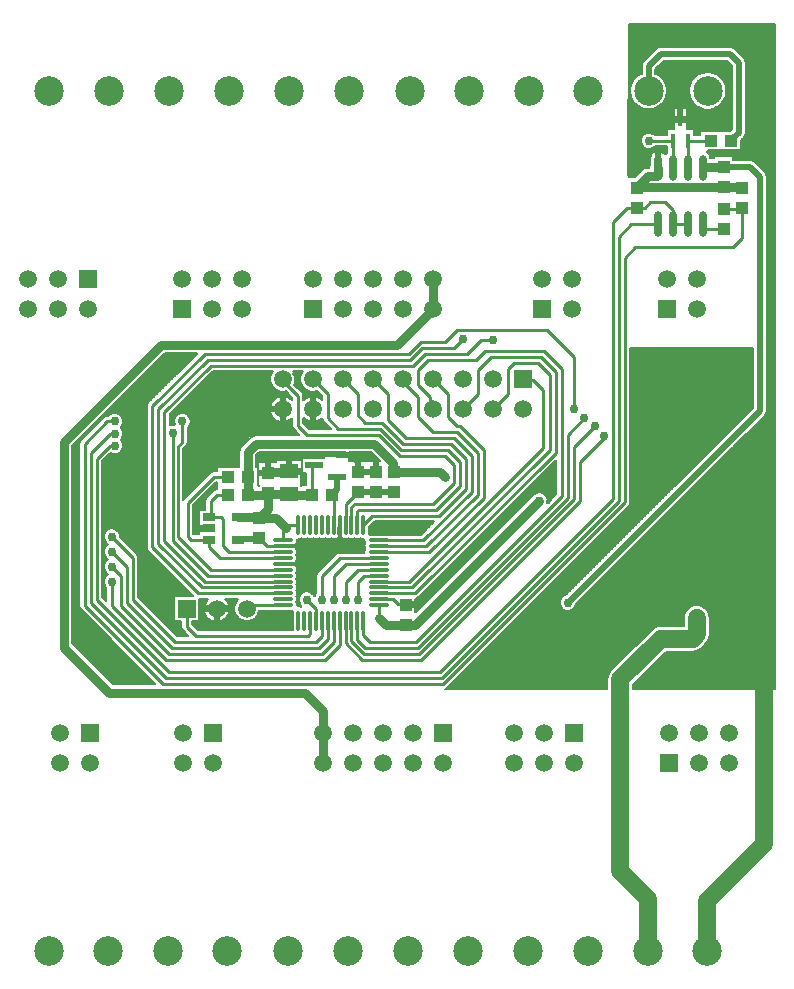
<source format=gbl>
%FSDAX24Y24*%
%MOIN*%
%SFA1B1*%

%IPPOS*%
%ADD10C,0.010000*%
%ADD18R,0.043307X0.039370*%
%ADD28R,0.039370X0.043307*%
%ADD50C,0.060000*%
%ADD51C,0.020000*%
%ADD52C,0.030000*%
%ADD56R,0.059055X0.059055*%
%ADD57C,0.059055*%
%ADD58C,0.098425*%
%ADD59C,0.030000*%
%ADD60O,0.023622X0.086614*%
%ADD61R,0.015748X0.051181*%
%ADD62O,0.011811X0.070866*%
%ADD63O,0.070866X0.011811*%
%ADD64R,0.059055X0.023622*%
%ADD65R,0.059055X0.051181*%
%ADD66R,0.043307X0.025591*%
%ADD67R,0.140000X0.150000*%
%ADD68R,0.050000X0.140000*%
%ADD84C,0.005000*%
%ADD85C,0.010000*%
%LNpcb_baseboard-1*%
%LPD*%
G54D84*
X026593Y019135D02*
Y011125D01*
X021878*
Y011272*
X022977Y012371*
X023861*
X023970Y012385*
X024074Y012428*
X024161Y012495*
X024309Y012643*
X024376Y012731*
X024419Y012834*
X024433Y012943*
Y013496*
X024419Y013605*
X024376Y013708*
X024309Y013796*
X024301Y013804*
X024214Y013871*
X024110Y013914*
X024000Y013928*
X023889Y013914*
X023785Y013871*
X023696Y013803*
X023628Y013714*
X023585Y013610*
X023571Y013499*
X023576Y013457*
Y013228*
X022798*
X022689Y013214*
X022585Y013171*
X022498Y013104*
X021145Y011751*
X021078Y011664*
X021035Y011560*
X021021Y011451*
Y011125*
X015592*
X015591Y011129*
X015618Y011135*
X015674Y011172*
X021727Y017225*
X021764Y017281*
X021777Y017347*
Y022475*
X025871*
Y020494*
X019651Y014275*
X019645Y014274*
X019544Y014233*
X019466Y014155*
X019425Y014054*
Y013945*
X019466Y013844*
X019544Y013766*
X019645Y013725*
X019754*
X019855Y013766*
X019933Y013844*
X019975Y013945*
Y013951*
X025217Y019193*
X026263Y020239*
X026311Y020312*
X026328Y020397*
Y022500*
Y028202*
X026311Y028287*
X026263Y028360*
X025925Y028698*
X025853Y028746*
X025767Y028763*
X025221*
Y028876*
X024578*
Y028814*
X024447*
X024447Y028817*
X024429Y028909*
X024375Y028990*
X024340Y029013*
X024359Y029078*
X024718*
X024781*
X024881*
X025476*
Y029417*
X025563Y029505*
X025611Y029577*
X025628Y029662*
Y032002*
X025611Y032087*
X025563Y032160*
X025260Y032463*
X025187Y032511*
X025102Y032528*
X022797*
X022712Y032511*
X022639Y032463*
X022232Y032055*
X022183Y031983*
X022166Y031898*
Y031638*
X022103Y031611*
X022002Y031544*
X021916Y031458*
X021848Y031357*
X021802Y031245*
X021778Y031125*
Y031004*
X021802Y030884*
X021848Y030772*
X021916Y030671*
X022002Y030585*
X022103Y030518*
X022215Y030471*
X022334Y030447*
X022456*
X022575Y030471*
X022688Y030518*
X022789Y030585*
X022875Y030671*
X022942Y030772*
X022989Y030884*
X023012Y031004*
Y031125*
X022989Y031245*
X022942Y031357*
X022875Y031458*
X022789Y031544*
X022688Y031611*
X022624Y031638*
Y031800*
X022894Y032071*
X025005*
X025171Y031905*
Y029785*
X025107Y029721*
X024881*
X024818*
X024718*
X024123*
Y029577*
X023915*
Y029780*
X023659*
Y030033*
X023252*
Y029780*
X022996*
Y029577*
X022608*
X022555Y029630*
X022454Y029672*
X022345*
X022244Y029630*
X022166Y029552*
X022125Y029451*
Y029342*
X022166Y029241*
X022244Y029164*
X022345Y029122*
X022454*
X022555Y029164*
X022613Y029222*
X022996*
Y029044*
X022997Y028982*
X022978Y028968*
X022878Y028985*
X022874Y028989*
X022775Y029058*
Y028525*
X022625*
Y029057*
X022524Y028990*
X022470Y028909*
X022452Y028817*
Y028624*
X022440Y028607*
X022420Y028502*
Y028496*
X022360*
X022255Y028475*
X022166Y028416*
X021926Y028176*
X021727*
X021724Y028250*
X021725Y033286*
X026593*
Y019135*
X015610Y011130D02*
D01*
X015660D02*
Y011160D01*
X015710Y011130D02*
Y011210D01*
X015760Y011130D02*
Y011260D01*
X015810Y011130D02*
Y011310D01*
X015860Y011130D02*
Y011360D01*
X015910Y011130D02*
Y011410D01*
X015960Y011130D02*
Y011460D01*
X016010Y011130D02*
Y011510D01*
X016060Y011130D02*
Y011560D01*
X016110Y011130D02*
Y011610D01*
X016160Y011130D02*
Y011660D01*
X016210Y011130D02*
Y011710D01*
X016260Y011130D02*
Y011760D01*
X016310Y011130D02*
Y011810D01*
X016360Y011130D02*
Y011860D01*
X016410Y011130D02*
Y011910D01*
X016460Y011130D02*
Y011960D01*
X016510Y011130D02*
Y012010D01*
X016560Y011130D02*
Y012060D01*
X016610Y011130D02*
Y012110D01*
X016660Y011130D02*
Y012160D01*
X016710Y011130D02*
Y012210D01*
X016760Y011130D02*
Y012260D01*
X016810Y011130D02*
Y012310D01*
X016860Y011130D02*
Y012360D01*
X016910Y011130D02*
Y012410D01*
X016960Y011130D02*
Y012460D01*
X017010Y011130D02*
Y012510D01*
X017060Y011130D02*
Y012560D01*
X017110Y011130D02*
Y012610D01*
X017160Y011130D02*
Y012660D01*
X017210Y011130D02*
Y012710D01*
X017260Y011130D02*
Y012760D01*
X017310Y011130D02*
Y012810D01*
X017360Y011130D02*
Y012860D01*
X017410Y011130D02*
Y012910D01*
X017460Y011130D02*
Y012960D01*
X017510Y011130D02*
Y013010D01*
X017560Y011130D02*
Y013060D01*
X017610Y011130D02*
Y013110D01*
X017660Y011130D02*
Y013160D01*
X017710Y011130D02*
Y013210D01*
X017760Y011130D02*
Y013260D01*
X017810Y011130D02*
Y013310D01*
X017860Y011130D02*
Y013360D01*
X017910Y011130D02*
Y013410D01*
X017960Y011130D02*
Y013460D01*
X018010Y011130D02*
Y013510D01*
X018060Y011130D02*
Y013560D01*
X018110Y011130D02*
Y013610D01*
X018160Y011130D02*
Y013660D01*
X018210Y011130D02*
Y013710D01*
X018260Y011130D02*
Y013760D01*
X018310Y011130D02*
Y013810D01*
X018360Y011130D02*
Y013860D01*
X018410Y011130D02*
Y013910D01*
X018460Y011130D02*
Y013960D01*
X018510Y011130D02*
Y014010D01*
X018560Y011130D02*
Y014060D01*
X018610Y011130D02*
Y014110D01*
X018660Y011130D02*
Y014160D01*
X018710Y011130D02*
Y014210D01*
X018760Y011130D02*
Y014260D01*
X018810Y011130D02*
Y014310D01*
X018860Y011130D02*
Y014360D01*
X018910Y011130D02*
Y014410D01*
X018960Y011130D02*
Y014460D01*
X019010Y011130D02*
Y014510D01*
X019060Y011130D02*
Y014560D01*
X019110Y011130D02*
Y014610D01*
X019160Y011130D02*
Y014660D01*
X019210Y011130D02*
Y014710D01*
X019260Y011130D02*
Y014760D01*
X019310Y011130D02*
Y014810D01*
X019360Y011130D02*
Y014860D01*
X019410Y011130D02*
Y014910D01*
X019460Y011130D02*
Y013860D01*
Y014150D02*
Y014960D01*
X019510Y011130D02*
Y013790D01*
Y014220D02*
Y015010D01*
X019560Y011130D02*
Y013760D01*
Y014250D02*
Y015060D01*
X019610Y011130D02*
Y013730D01*
Y014270D02*
Y015110D01*
X019660Y011130D02*
Y013710D01*
Y014300D02*
Y015160D01*
X019710Y011130D02*
Y013710D01*
Y014350D02*
Y015210D01*
X019760Y011130D02*
Y013720D01*
Y014400D02*
Y015260D01*
X019810Y011130D02*
Y013740D01*
Y014450D02*
Y015310D01*
X019860Y011130D02*
Y013770D01*
Y014500D02*
Y015360D01*
X019910Y011130D02*
Y013820D01*
Y014550D02*
Y015410D01*
X019960Y011130D02*
Y013920D01*
Y014600D02*
Y015460D01*
X020010Y011130D02*
Y013980D01*
Y014650D02*
Y015510D01*
X020060Y011130D02*
Y014030D01*
Y014700D02*
Y015560D01*
X020110Y011130D02*
Y014080D01*
Y014750D02*
Y015610D01*
X020160Y011130D02*
Y014130D01*
Y014800D02*
Y015660D01*
X020210Y011130D02*
Y014180D01*
Y014850D02*
Y015710D01*
X020260Y011130D02*
Y014230D01*
Y014900D02*
Y015760D01*
X020310Y011130D02*
Y014280D01*
Y014950D02*
Y015810D01*
X020360Y011130D02*
Y014330D01*
Y015000D02*
Y015860D01*
X020410Y011130D02*
Y014380D01*
Y015050D02*
Y015910D01*
X020460Y011130D02*
Y014430D01*
Y015100D02*
Y015960D01*
X020510Y011130D02*
Y014480D01*
Y015150D02*
Y016010D01*
X020560Y011130D02*
Y014530D01*
Y015200D02*
Y016060D01*
X020610Y011130D02*
Y014580D01*
Y015250D02*
Y016110D01*
X020660Y011130D02*
Y014630D01*
Y015300D02*
Y016160D01*
X020710Y011130D02*
Y014680D01*
Y015350D02*
Y016210D01*
X020760Y011130D02*
Y014730D01*
Y015400D02*
Y016260D01*
X020810Y011130D02*
Y014780D01*
Y015450D02*
Y016310D01*
X020860Y011130D02*
Y014830D01*
Y015500D02*
Y016360D01*
X020910Y011130D02*
Y014880D01*
Y015550D02*
Y016410D01*
X020960Y011130D02*
Y014930D01*
Y015600D02*
Y016460D01*
X021010Y011130D02*
Y014980D01*
Y015650D02*
Y016510D01*
X021060Y011630D02*
Y015030D01*
Y015700D02*
Y016560D01*
X021110Y011710D02*
Y015080D01*
Y015750D02*
Y016610D01*
X021160Y011780D02*
Y015130D01*
Y015800D02*
Y016660D01*
X021210Y011830D02*
Y015180D01*
Y015850D02*
Y016710D01*
X021260Y011880D02*
Y015230D01*
Y015900D02*
Y016760D01*
X021310Y011930D02*
Y015280D01*
Y015950D02*
Y016810D01*
X021360Y011980D02*
Y015330D01*
Y016000D02*
Y016860D01*
X021410Y012030D02*
Y015380D01*
Y016050D02*
Y016910D01*
X021460Y012080D02*
Y015430D01*
Y016100D02*
Y016960D01*
X021510Y012130D02*
Y015480D01*
Y016150D02*
Y017010D01*
X021560Y012180D02*
Y015530D01*
Y016200D02*
Y017060D01*
X021610Y012230D02*
Y015580D01*
Y016250D02*
Y017110D01*
X021660Y012280D02*
Y015630D01*
Y016300D02*
Y017160D01*
X021710Y012330D02*
Y015680D01*
Y016350D02*
Y017210D01*
X021760Y012380D02*
Y015730D01*
Y016400D02*
Y017280D01*
Y028190D02*
Y033290D01*
X021810Y012430D02*
Y015780D01*
Y016450D02*
Y022460D01*
Y028190D02*
Y030850D01*
Y031280D02*
Y033290D01*
X021860Y012480D02*
Y015830D01*
Y016500D02*
Y022460D01*
Y028190D02*
Y030750D01*
Y031390D02*
Y033290D01*
X021910Y011130D02*
Y011300D01*
Y012530D02*
Y015880D01*
Y016550D02*
Y022460D01*
Y028190D02*
Y030680D01*
Y031460D02*
Y033290D01*
X021960Y011130D02*
Y011350D01*
Y012580D02*
Y015930D01*
Y016600D02*
Y022460D01*
Y028230D02*
Y030620D01*
Y031520D02*
Y033290D01*
X022010Y011130D02*
Y011400D01*
Y012630D02*
Y015980D01*
Y016650D02*
Y022460D01*
Y028280D02*
Y030580D01*
Y031560D02*
Y033290D01*
X022060Y011130D02*
Y011450D01*
Y012680D02*
Y016030D01*
Y016700D02*
Y022460D01*
Y028330D02*
Y030540D01*
Y031600D02*
Y033290D01*
X022110Y011130D02*
Y011500D01*
Y012730D02*
Y016080D01*
Y016750D02*
Y022460D01*
Y028380D02*
Y030510D01*
Y031630D02*
Y033290D01*
X022160Y011130D02*
Y011550D01*
Y012780D02*
Y016130D01*
Y016800D02*
Y022460D01*
Y028430D02*
Y029250D01*
Y029550D02*
Y030490D01*
Y031650D02*
Y033290D01*
X022210Y011130D02*
Y011600D01*
Y012830D02*
Y016180D01*
Y016850D02*
Y022460D01*
Y028460D02*
Y029190D01*
Y029610D02*
Y030470D01*
Y032040D02*
Y033290D01*
X022260Y011130D02*
Y011650D01*
Y012880D02*
Y016230D01*
Y016900D02*
Y022460D01*
Y028500D02*
Y029150D01*
Y029650D02*
Y030460D01*
Y032100D02*
Y033290D01*
X022310Y011130D02*
Y011700D01*
Y012930D02*
Y016280D01*
Y016950D02*
Y022460D01*
Y028510D02*
Y029130D01*
Y029670D02*
Y030450D01*
Y032150D02*
Y033290D01*
X022360Y011130D02*
Y011750D01*
Y012980D02*
Y016330D01*
Y017000D02*
Y022460D01*
Y028510D02*
Y029110D01*
Y029680D02*
Y030440D01*
Y032200D02*
Y033290D01*
X022410Y011130D02*
Y011800D01*
Y013030D02*
Y016380D01*
Y017050D02*
Y022460D01*
Y028510D02*
Y029110D01*
Y029680D02*
Y030440D01*
Y032250D02*
Y033290D01*
X022460Y011130D02*
Y011850D01*
Y013080D02*
Y016430D01*
Y017100D02*
Y022460D01*
Y028880D02*
Y029120D01*
Y029680D02*
Y030450D01*
Y032300D02*
Y033290D01*
X022510Y011130D02*
Y011900D01*
Y013120D02*
Y016480D01*
Y017150D02*
Y022460D01*
Y028990D02*
Y029140D01*
Y029660D02*
Y030450D01*
Y032350D02*
Y033290D01*
X022560Y011130D02*
Y011950D01*
Y013160D02*
Y016530D01*
Y017200D02*
Y022460D01*
Y029030D02*
Y029160D01*
Y029640D02*
Y030460D01*
Y032400D02*
Y033290D01*
X022610Y011130D02*
Y012000D01*
Y013190D02*
Y016580D01*
Y017250D02*
Y022460D01*
Y029070D02*
Y029210D01*
Y029590D02*
Y030480D01*
Y032450D02*
Y033290D01*
X022660Y011130D02*
Y012050D01*
Y013210D02*
Y016630D01*
Y017300D02*
Y022460D01*
Y028530D02*
Y029210D01*
Y029590D02*
Y030500D01*
Y031640D02*
Y031840D01*
Y032490D02*
Y033290D01*
X022710Y011130D02*
Y012100D01*
Y013230D02*
Y016680D01*
Y017350D02*
Y022460D01*
Y028530D02*
Y029210D01*
Y029590D02*
Y030530D01*
Y031610D02*
Y031890D01*
Y032530D02*
Y033290D01*
X022760Y011130D02*
Y012150D01*
Y013240D02*
Y016730D01*
Y017400D02*
Y022460D01*
Y028530D02*
Y029210D01*
Y029590D02*
Y030560D01*
Y031580D02*
Y031940D01*
Y032540D02*
Y033290D01*
X022810Y011130D02*
Y012200D01*
Y013240D02*
Y016780D01*
Y017450D02*
Y022460D01*
Y029050D02*
Y029210D01*
Y029590D02*
Y030600D01*
Y031540D02*
Y031990D01*
Y032540D02*
Y033290D01*
X022860Y011130D02*
Y012250D01*
Y013240D02*
Y016830D01*
Y017500D02*
Y022460D01*
Y029010D02*
Y029210D01*
Y029590D02*
Y030650D01*
Y031490D02*
Y032040D01*
Y032540D02*
Y033290D01*
X022910Y011130D02*
Y012300D01*
Y013240D02*
Y016880D01*
Y017550D02*
Y022460D01*
Y029000D02*
Y029210D01*
Y029590D02*
Y030720D01*
Y031420D02*
Y032060D01*
Y032540D02*
Y033290D01*
X022960Y011130D02*
Y012350D01*
Y013240D02*
Y016930D01*
Y017600D02*
Y022460D01*
Y028990D02*
Y029210D01*
Y029590D02*
Y030810D01*
Y031330D02*
Y032060D01*
Y032540D02*
Y033290D01*
X023010Y011130D02*
Y012360D01*
Y013240D02*
Y016980D01*
Y017650D02*
Y022460D01*
Y029790D02*
Y032060D01*
Y032540D02*
Y033290D01*
X023060Y011130D02*
Y012360D01*
Y013240D02*
Y017030D01*
Y017700D02*
Y022460D01*
Y029790D02*
Y032060D01*
Y032540D02*
Y033290D01*
X023110Y011130D02*
Y012360D01*
Y013240D02*
Y017080D01*
Y017750D02*
Y022460D01*
Y029790D02*
Y032060D01*
Y032540D02*
Y033290D01*
X023160Y011130D02*
Y012360D01*
Y013240D02*
Y017130D01*
Y017800D02*
Y022460D01*
Y029790D02*
Y032060D01*
Y032540D02*
Y033290D01*
X023210Y011130D02*
Y012360D01*
Y013240D02*
Y017180D01*
Y017850D02*
Y022460D01*
Y029790D02*
Y032060D01*
Y032540D02*
Y033290D01*
X023260Y011130D02*
Y012360D01*
Y013240D02*
Y017230D01*
Y017900D02*
Y022460D01*
Y030040D02*
Y032060D01*
Y032540D02*
Y033290D01*
X023310Y011130D02*
Y012360D01*
Y013240D02*
Y017280D01*
Y017950D02*
Y022460D01*
Y030040D02*
Y032060D01*
Y032540D02*
Y033290D01*
X023360Y011130D02*
Y012360D01*
Y013240D02*
Y017330D01*
Y018000D02*
Y022460D01*
Y030040D02*
Y032060D01*
Y032540D02*
Y033290D01*
X023410Y011130D02*
Y012360D01*
Y013240D02*
Y017380D01*
Y018050D02*
Y022460D01*
Y030040D02*
Y032060D01*
Y032540D02*
Y033290D01*
X023460Y011130D02*
Y012360D01*
Y013240D02*
Y017430D01*
Y018100D02*
Y022460D01*
Y030040D02*
Y032060D01*
Y032540D02*
Y033290D01*
X023510Y011130D02*
Y012360D01*
Y013240D02*
Y017480D01*
Y018150D02*
Y022460D01*
Y030040D02*
Y032060D01*
Y032540D02*
Y033290D01*
X023560Y011130D02*
Y012360D01*
Y013240D02*
Y017530D01*
Y018200D02*
Y022460D01*
Y030040D02*
Y032060D01*
Y032540D02*
Y033290D01*
X023610Y011130D02*
Y012360D01*
Y013680D02*
Y017580D01*
Y018250D02*
Y022460D01*
Y030040D02*
Y032060D01*
Y032540D02*
Y033290D01*
X023660Y011130D02*
Y012360D01*
Y013760D02*
Y017630D01*
Y018300D02*
Y022460D01*
Y029790D02*
Y032060D01*
Y032540D02*
Y033290D01*
X023710Y011130D02*
Y012360D01*
Y013820D02*
Y017680D01*
Y018350D02*
Y022460D01*
Y029790D02*
Y032060D01*
Y032540D02*
Y033290D01*
X023760Y011130D02*
Y012360D01*
Y013860D02*
Y017730D01*
Y018400D02*
Y022460D01*
Y029790D02*
Y032060D01*
Y032540D02*
Y033290D01*
X023810Y011130D02*
Y012360D01*
Y013890D02*
Y017780D01*
Y018450D02*
Y022460D01*
Y029790D02*
Y032060D01*
Y032540D02*
Y033290D01*
X023860Y011130D02*
Y012370D01*
Y013910D02*
Y017830D01*
Y018500D02*
Y022460D01*
Y029790D02*
Y032060D01*
Y032540D02*
Y033290D01*
X023910Y011130D02*
Y012370D01*
Y013930D02*
Y017880D01*
Y018550D02*
Y022460D01*
Y029790D02*
Y032060D01*
Y032540D02*
Y033290D01*
X023960Y011130D02*
Y012380D01*
Y013940D02*
Y017930D01*
Y018600D02*
Y022460D01*
Y029590D02*
Y032060D01*
Y032540D02*
Y033290D01*
X024010Y011130D02*
Y012400D01*
Y013940D02*
Y017980D01*
Y018650D02*
Y022460D01*
Y029590D02*
Y032060D01*
Y032540D02*
Y033290D01*
X024060Y011130D02*
Y012420D01*
Y013930D02*
Y018030D01*
Y018700D02*
Y022460D01*
Y029590D02*
Y032060D01*
Y032540D02*
Y033290D01*
X024110Y011130D02*
Y012460D01*
Y013920D02*
Y018080D01*
Y018750D02*
Y022460D01*
Y029590D02*
Y032060D01*
Y032540D02*
Y033290D01*
X024160Y011130D02*
Y012500D01*
Y013900D02*
Y018130D01*
Y018800D02*
Y022460D01*
Y029730D02*
Y032060D01*
Y032540D02*
Y033290D01*
X024210Y011130D02*
Y012540D01*
Y013880D02*
Y018180D01*
Y018850D02*
Y022460D01*
Y029730D02*
Y032060D01*
Y032540D02*
Y033290D01*
X024260Y011130D02*
Y012590D01*
Y013850D02*
Y018230D01*
Y018900D02*
Y022460D01*
Y029730D02*
Y032060D01*
Y032540D02*
Y033290D01*
X024310Y011130D02*
Y012640D01*
Y013810D02*
Y018280D01*
Y018950D02*
Y022460D01*
Y029730D02*
Y032060D01*
Y032540D02*
Y033290D01*
X024360Y011130D02*
Y012700D01*
Y013750D02*
Y018330D01*
Y019000D02*
Y022460D01*
Y029010D02*
Y029070D01*
Y029730D02*
Y032060D01*
Y032540D02*
Y033290D01*
X024410Y011130D02*
Y012800D01*
Y013650D02*
Y018380D01*
Y019050D02*
Y022460D01*
Y028960D02*
Y029070D01*
Y029730D02*
Y032060D01*
Y032540D02*
Y033290D01*
X024460Y011130D02*
Y018430D01*
Y019100D02*
Y022460D01*
Y028820D02*
Y029070D01*
Y029730D02*
Y032060D01*
Y032540D02*
Y033290D01*
X024510Y011130D02*
Y018480D01*
Y019150D02*
Y022460D01*
Y028820D02*
Y029070D01*
Y029730D02*
Y032060D01*
Y032540D02*
Y033290D01*
X024560Y011130D02*
Y018530D01*
Y019200D02*
Y022460D01*
Y028820D02*
Y029070D01*
Y029730D02*
Y032060D01*
Y032540D02*
Y033290D01*
X024610Y011130D02*
Y018580D01*
Y019250D02*
Y022460D01*
Y028890D02*
Y029070D01*
Y029730D02*
Y032060D01*
Y032540D02*
Y033290D01*
X024660Y011130D02*
Y018630D01*
Y019300D02*
Y022460D01*
Y028890D02*
Y029070D01*
Y029730D02*
Y032060D01*
Y032540D02*
Y033290D01*
X024710Y011130D02*
Y018680D01*
Y019350D02*
Y022460D01*
Y028890D02*
Y029070D01*
Y029730D02*
Y032060D01*
Y032540D02*
Y033290D01*
X024760Y011130D02*
Y018730D01*
Y019400D02*
Y022460D01*
Y028890D02*
Y029070D01*
Y029730D02*
Y032060D01*
Y032540D02*
Y033290D01*
X024810Y011130D02*
Y018780D01*
Y019450D02*
Y022460D01*
Y028890D02*
Y029070D01*
Y029730D02*
Y032060D01*
Y032540D02*
Y033290D01*
X024860Y011130D02*
Y018830D01*
Y019500D02*
Y022460D01*
Y028890D02*
Y029070D01*
Y029730D02*
Y032060D01*
Y032540D02*
Y033290D01*
X024910Y011130D02*
Y018880D01*
Y019550D02*
Y022460D01*
Y028890D02*
Y029070D01*
Y029730D02*
Y032060D01*
Y032540D02*
Y033290D01*
X024960Y011130D02*
Y018930D01*
Y019600D02*
Y022460D01*
Y028890D02*
Y029070D01*
Y029730D02*
Y032060D01*
Y032540D02*
Y033290D01*
X025010Y011130D02*
Y018980D01*
Y019650D02*
Y022460D01*
Y028890D02*
Y029070D01*
Y029730D02*
Y032060D01*
Y032540D02*
Y033290D01*
X025060Y011130D02*
Y019030D01*
Y019700D02*
Y022460D01*
Y028890D02*
Y029070D01*
Y029730D02*
Y032010D01*
Y032540D02*
Y033290D01*
X025110Y011130D02*
Y019080D01*
Y019750D02*
Y022460D01*
Y028890D02*
Y029070D01*
Y029740D02*
Y031960D01*
Y032540D02*
Y033290D01*
X025160Y011130D02*
Y019130D01*
Y019800D02*
Y022460D01*
Y028890D02*
Y029070D01*
Y029790D02*
Y031910D01*
Y032530D02*
Y033290D01*
X025210Y011130D02*
Y019180D01*
Y019850D02*
Y022460D01*
Y028890D02*
Y029070D01*
Y032510D02*
Y033290D01*
X025260Y011130D02*
Y019230D01*
Y019900D02*
Y022460D01*
Y028770D02*
Y029070D01*
Y032470D02*
Y033290D01*
X025310Y011130D02*
Y019280D01*
Y019950D02*
Y022460D01*
Y028770D02*
Y029070D01*
Y032420D02*
Y033290D01*
X025360Y011130D02*
Y019330D01*
Y020000D02*
Y022460D01*
Y028770D02*
Y029070D01*
Y032370D02*
Y033290D01*
X025410Y011130D02*
Y019380D01*
Y020050D02*
Y022460D01*
Y028770D02*
Y029070D01*
Y032320D02*
Y033290D01*
X025460Y011130D02*
Y019430D01*
Y020100D02*
Y022460D01*
Y028770D02*
Y029070D01*
Y032270D02*
Y033290D01*
X025510Y011130D02*
Y019480D01*
Y020150D02*
Y022460D01*
Y028770D02*
Y029450D01*
Y032220D02*
Y033290D01*
X025560Y011130D02*
Y019530D01*
Y020200D02*
Y022460D01*
Y028770D02*
Y029510D01*
Y032170D02*
Y033290D01*
X025610Y011130D02*
Y019580D01*
Y020250D02*
Y022460D01*
Y028770D02*
Y029580D01*
Y032100D02*
Y033290D01*
X025660Y011130D02*
Y019630D01*
Y020300D02*
Y022460D01*
Y028770D02*
Y033290D01*
X025710Y011130D02*
Y019680D01*
Y020350D02*
Y022460D01*
Y028770D02*
Y033290D01*
X025760Y011130D02*
Y019730D01*
Y020400D02*
Y022460D01*
Y028770D02*
Y033290D01*
X025810Y011130D02*
Y019780D01*
Y020450D02*
Y022460D01*
Y028770D02*
Y033290D01*
X025860Y011130D02*
Y019830D01*
Y020500D02*
Y022460D01*
Y028760D02*
Y033290D01*
X025910Y011130D02*
Y019880D01*
Y028730D02*
Y033290D01*
X025960Y011130D02*
Y019930D01*
Y028680D02*
Y033290D01*
X026010Y011130D02*
Y019980D01*
Y028630D02*
Y033290D01*
X026060Y011130D02*
Y020030D01*
Y028580D02*
Y033290D01*
X026110Y011130D02*
Y020080D01*
Y028530D02*
Y033290D01*
X026160Y011130D02*
Y020130D01*
Y028480D02*
Y033290D01*
X026210Y011130D02*
Y020180D01*
Y028430D02*
Y033290D01*
X026260Y011130D02*
Y020240D01*
Y028370D02*
Y033290D01*
X026310Y011130D02*
Y020310D01*
Y028300D02*
Y033290D01*
X026360Y011130D02*
Y033290D01*
X026410Y011130D02*
Y033290D01*
X026460Y011130D02*
Y033290D01*
X026510Y011130D02*
Y033290D01*
X026560Y011130D02*
Y033290D01*
X010862Y021706D02*
X010863Y021708D01*
X010808Y021612*
X010779Y021505*
Y021394*
X010808Y021287*
X010863Y021191*
X010941Y021113*
X011037Y021058*
X011144Y021029*
X011255*
X011344Y021053*
X011522Y020876*
Y020749*
X011502Y020741*
X011458Y020786*
X011362Y020841*
X011275Y020865*
Y020450*
Y020034*
X011362Y020058*
X011458Y020113*
X011502Y020158*
X011522Y020150*
X011522Y020147*
X011535Y020081*
X011572Y020025*
X011805Y019793*
X011798Y019777*
X011073*
X010877Y019973*
Y020150*
X010897Y020158*
X010941Y020113*
X011037Y020058*
X011125Y020034*
Y020450*
Y020865*
X011037Y020841*
X010941Y020786*
X010897Y020741*
X010877Y020749*
Y020902*
X010864Y020968*
X010827Y021024*
X010581Y021270*
X010591Y021287*
X010620Y021394*
Y021505*
X010591Y021612*
X010536Y021708*
X010537Y021706*
X010543Y021722*
X010856*
X010862Y021706*
X010844Y021618D02*
X010633Y021408D01*
X010761Y021631*
X010729Y021511*
Y021388*
X010761Y021268*
X010823Y021161*
X010911Y021073*
X011018Y021011*
X011138Y020979*
X011261*
X011329Y020997*
X011472Y020855*
Y020782*
X011514Y020800*
X011488Y020826*
X011381Y020888*
X011225Y020930*
Y020450*
Y019969*
X011381Y020011*
X011488Y020073*
X011514Y020099*
X011474Y020116*
X011472Y020140*
X011487Y020062*
X011533Y019994*
X011746Y019781*
X011765Y019827*
X011094*
X010927Y019994*
Y020117*
X010885Y020099*
X010911Y020073*
X011018Y020011*
X011175Y019969*
Y020450*
Y020930*
X011018Y020888*
X010911Y020826*
X010885Y020800*
X010927Y020782*
Y020907*
X010911Y020987*
X010866Y021055*
X010643Y021278*
X010638Y021268*
X010670Y021388*
Y021511*
X010638Y021631*
X010766Y021408*
X010555Y021618*
X010577Y021672*
X010822*
X010844Y021618*
X010560Y021680D02*
Y021720D01*
X010610Y021250D02*
Y021350D01*
Y021560D02*
Y021720D01*
X010660Y021200D02*
Y021720D01*
X010710Y021150D02*
Y021720D01*
X010760Y021100D02*
Y021720D01*
X010810Y021050D02*
Y021280D01*
Y021630D02*
Y021720D01*
X010860Y020980D02*
Y021180D01*
X010910Y019950D02*
Y020140D01*
Y020770D02*
Y021130D01*
X010960Y019900D02*
Y020090D01*
Y020820D02*
Y021090D01*
X011010Y019850D02*
Y020070D01*
Y020840D02*
Y021070D01*
X011060Y019800D02*
Y020050D01*
Y020860D02*
Y021050D01*
X011110Y019790D02*
Y020030D01*
Y020880D02*
Y021030D01*
X011160Y019790D02*
Y021020D01*
X011210Y019790D02*
Y021020D01*
X011260Y019790D02*
Y021030D01*
X011310Y019790D02*
Y020040D01*
Y020870D02*
Y021040D01*
X011360Y019790D02*
Y020060D01*
Y020850D02*
Y021030D01*
X011410Y019790D02*
Y020080D01*
Y020830D02*
Y020980D01*
X011460Y019790D02*
Y020110D01*
Y020800D02*
Y020930D01*
X011510Y019790D02*
Y020150D01*
Y020760D02*
Y020880D01*
X011560Y019790D02*
Y020040D01*
X011610Y019790D02*
Y019980D01*
X011660Y019790D02*
Y019930D01*
X011710Y019790D02*
Y019880D01*
X011760Y019790D02*
Y019830D01*
X009862Y021706D02*
X009863Y021708D01*
X009808Y021612*
X009779Y021505*
Y021394*
X009808Y021287*
X009863Y021191*
X009941Y021113*
X010037Y021058*
X010144Y021029*
X010255*
X010305Y021043*
X010522Y020826*
Y020749*
X010502Y020741*
X010458Y020786*
X010362Y020841*
X010275Y020865*
Y020450*
Y020034*
X010362Y020058*
X010458Y020113*
X010502Y020158*
X010522Y020150*
Y019897*
X010535Y019831*
X010572Y019775*
X010753Y019595*
X010746Y019579*
X009297*
X009192Y019559*
X009103Y019499*
X008834Y019230*
X008775Y019141*
X008754Y019037*
Y018521*
X008718*
X008681*
X008023*
Y018377*
X007897*
X007831Y018364*
X007775Y018327*
X006911Y017462*
X006890Y017432*
X006869Y017434*
X006877Y017431*
Y019117*
X006977Y019217*
X007014Y019273*
X007027Y019339*
Y019839*
X007083Y019894*
X007125Y019995*
Y020104*
X007083Y020205*
X007005Y020283*
X006904Y020325*
X006795*
X006694Y020283*
X006616Y020205*
X006575Y020104*
Y019995*
X006595Y019945*
X006594Y019943*
X006576Y019925*
X006495*
X006455Y019908*
X006427Y019927*
Y020276*
X007873Y021722*
X009856*
X009862Y021706*
X006890Y017450D02*
X006900D01*
X006890Y017500D02*
X006940D01*
X006890Y017550D02*
X006990D01*
X006890Y017600D02*
X007040D01*
X006890Y017650D02*
X007090D01*
X006890Y017700D02*
X007140D01*
X006890Y017750D02*
X007190D01*
X006890Y017800D02*
X007240D01*
X006890Y017850D02*
X007290D01*
X006890Y017900D02*
X007340D01*
X006890Y017950D02*
X007390D01*
X006890Y018000D02*
X007440D01*
X006890Y018050D02*
X007490D01*
X006890Y018100D02*
X007540D01*
X006890Y018150D02*
X007590D01*
X006890Y018200D02*
X007640D01*
X006890Y018250D02*
X007690D01*
X006890Y018300D02*
X007740D01*
X006890Y018350D02*
X007810D01*
X006890Y018400D02*
X008010D01*
X006890Y018450D02*
X008010D01*
X006890Y018500D02*
X008010D01*
X006890Y018550D02*
X008740D01*
X006890Y018600D02*
X008740D01*
X006890Y018650D02*
X008740D01*
X006890Y018700D02*
X008740D01*
X006890Y018750D02*
X008740D01*
X006890Y018800D02*
X008740D01*
X006890Y018850D02*
X008740D01*
X006890Y018900D02*
X008740D01*
X006890Y018950D02*
X008740D01*
X006890Y019000D02*
X008740D01*
X006890Y019050D02*
X008750D01*
X006890Y019100D02*
X008760D01*
X006920Y019150D02*
X008780D01*
X006970Y019200D02*
X008810D01*
X007010Y019250D02*
X008840D01*
X007030Y019300D02*
X008890D01*
X007040Y019350D02*
X008940D01*
X007040Y019400D02*
X008990D01*
X007040Y019450D02*
X009040D01*
X007040Y019500D02*
X009090D01*
X007040Y019550D02*
X009170D01*
X007040Y019600D02*
X010750D01*
X007040Y019650D02*
X010690D01*
X007040Y019700D02*
X010640D01*
X007040Y019750D02*
X010590D01*
X007040Y019800D02*
X010550D01*
X007050Y019850D02*
X010530D01*
X007100Y019900D02*
X010510D01*
X006440Y019950D02*
X006590D01*
X007120D02*
X010510D01*
X006440Y020000D02*
X006560D01*
X007130D02*
X010510D01*
X006440Y020050D02*
X006560D01*
X007130D02*
X010260D01*
X010340D02*
X010510D01*
X006440Y020100D02*
X006560D01*
X007130D02*
X010260D01*
X010450D02*
X010510D01*
X006440Y020150D02*
X006590D01*
X007120D02*
X010260D01*
X010510D02*
D01*
X006440Y020200D02*
X006610D01*
X007100D02*
X010260D01*
X006440Y020250D02*
X006650D01*
X007050D02*
X010260D01*
X006460Y020300D02*
X006740D01*
X006970D02*
X010260D01*
X006510Y020350D02*
X010260D01*
X006560Y020400D02*
X010260D01*
X006610Y020450D02*
X010260D01*
X006660Y020500D02*
X010260D01*
X006710Y020550D02*
X010260D01*
X006760Y020600D02*
X010260D01*
X006810Y020650D02*
X010260D01*
X006860Y020700D02*
X010260D01*
X006910Y020750D02*
X010260D01*
X010510D02*
D01*
X006960Y020800D02*
X010260D01*
X010450D02*
X010510D01*
X007010Y020850D02*
X010260D01*
X010340D02*
X010490D01*
X007060Y020900D02*
X010440D01*
X007110Y020950D02*
X010390D01*
X007160Y021000D02*
X010340D01*
X007210Y021050D02*
X010070D01*
X007260Y021100D02*
X009950D01*
X007310Y021150D02*
X009890D01*
X007360Y021200D02*
X009850D01*
X007410Y021250D02*
X009820D01*
X007460Y021300D02*
X009800D01*
X007510Y021350D02*
X009790D01*
X007560Y021400D02*
X009770D01*
X007610Y021450D02*
X009770D01*
X007660Y021500D02*
X009770D01*
X007710Y021550D02*
X009790D01*
X007760Y021600D02*
X009800D01*
X007810Y021650D02*
X009820D01*
X007860Y021700D02*
X009850D01*
X007353Y022304D02*
X005722Y020674D01*
X005685Y020618*
X005672Y020552*
Y015847*
X005685Y015781*
X005722Y015725*
X007208Y014239*
X007201Y014220*
X006579*
Y013379*
X006822*
Y013197*
X006835Y013131*
X006872Y013075*
X007055Y012893*
X007048Y012877*
X006673*
X005377Y014173*
Y015502*
X005364Y015568*
X005327Y015624*
X004775Y016176*
Y016254*
X004733Y016355*
X004655Y016433*
X004554Y016475*
X004445*
X004344Y016433*
X004266Y016355*
X004225Y016254*
Y016145*
X004266Y016044*
X004344Y015966*
X004364Y015958*
Y015941*
X004344Y015933*
X004266Y015855*
X004225Y015754*
Y015645*
X004266Y015544*
X004344Y015466*
X004364Y015458*
Y015441*
X004344Y015433*
X004266Y015355*
X004225Y015254*
Y015145*
X004266Y015044*
X004344Y014966*
X004364Y014958*
Y014941*
X004344Y014933*
X004266Y014855*
X004225Y014754*
Y014645*
X004266Y014544*
X004322Y014489*
Y014051*
X004306Y014044*
X004177Y014173*
Y018726*
X004456Y019004*
X004456Y019004*
X004557Y018962*
X004666*
X004767Y019004*
X004845Y019082*
X004887Y019183*
Y019292*
X004845Y019393*
X004801Y019437*
X004845Y019482*
X004887Y019583*
Y019692*
X004845Y019793*
X004813Y019825*
X004813Y019874*
X004833Y019894*
X004875Y019995*
Y020104*
X004833Y020205*
X004755Y020283*
X004654Y020325*
X004545*
X004444Y020283*
X004389Y020227*
X004347*
X004281Y020214*
X004225Y020177*
X003472Y019424*
X003435Y019368*
X003422Y019302*
Y013897*
X003435Y013831*
X003472Y013775*
X005953Y011295*
X005946Y011279*
X004555*
X003179Y012655*
Y017800*
Y019234*
X006265Y022320*
X007346*
X007353Y022304*
X007294Y022316D02*
X005683Y020705D01*
X005638Y020637*
X005622Y020557*
Y015842*
X005638Y015762*
X005683Y015694*
X007149Y014227*
X007167Y014270*
X006529*
Y013329*
X006772*
Y013192*
X006788Y013112*
X006833Y013044*
X006996Y012881*
X007015Y012927*
X006694*
X005427Y014194*
Y015507*
X005411Y015587*
X005366Y015655*
X004825Y016197*
Y016264*
X004775Y016384*
X004684Y016475*
X004564Y016525*
X004435*
X004315Y016475*
X004224Y016384*
X004175Y016264*
Y016135*
X004224Y016015*
X004315Y015924*
X004314Y015924*
Y015975*
X004315Y015975*
X004224Y015884*
X004175Y015764*
Y015635*
X004224Y015515*
X004315Y015424*
X004314Y015424*
Y015475*
X004315Y015475*
X004224Y015384*
X004175Y015264*
Y015135*
X004224Y015015*
X004315Y014924*
X004314Y014924*
Y014975*
X004315Y014975*
X004224Y014884*
X004175Y014764*
Y014635*
X004224Y014515*
X004272Y014468*
Y014084*
X004318Y014103*
X004227Y014194*
Y018705*
X004468Y018945*
X004547Y018912*
X004676*
X004796Y018962*
X004887Y019053*
X004937Y019173*
Y019302*
X004887Y019421*
X004871Y019437*
X004887Y019453*
X004937Y019573*
Y019702*
X004887Y019821*
X004863Y019845*
Y019854*
X004875Y019865*
X004925Y019985*
Y020114*
X004875Y020234*
X004784Y020325*
X004664Y020375*
X004535*
X004415Y020325*
X004368Y020277*
X004342*
X004262Y020261*
X004194Y020216*
X003433Y019455*
X003388Y019387*
X003372Y019307*
Y013892*
X003388Y013812*
X003433Y013744*
X005894Y011283*
X005913Y011329*
X004576*
X003229Y012676*
Y017800*
Y019213*
X006286Y022270*
X007313*
X007294Y022316*
X003200Y012650D02*
Y019250D01*
X003250Y012600D02*
Y019300D01*
X003300Y012550D02*
Y019350D01*
X003350Y012500D02*
Y019400D01*
X003400Y012450D02*
Y019450D01*
X003450Y012400D02*
Y013810D01*
Y019400D02*
Y019500D01*
X003500Y012350D02*
Y013740D01*
Y019470D02*
Y019550D01*
X003550Y012300D02*
Y013690D01*
Y019520D02*
Y019600D01*
X003600Y012250D02*
Y013640D01*
Y019570D02*
Y019650D01*
X003650Y012200D02*
Y013590D01*
Y019620D02*
Y019700D01*
X003700Y012150D02*
Y013540D01*
Y019670D02*
Y019750D01*
X003750Y012100D02*
Y013490D01*
Y019720D02*
Y019800D01*
X003800Y012050D02*
Y013440D01*
Y019770D02*
Y019850D01*
X003850Y012000D02*
Y013390D01*
Y019820D02*
Y019900D01*
X003900Y011950D02*
Y013340D01*
Y019870D02*
Y019950D01*
X003950Y011900D02*
Y013290D01*
Y019920D02*
Y020000D01*
X004000Y011850D02*
Y013240D01*
Y019970D02*
Y020050D01*
X004050Y011800D02*
Y013190D01*
Y020020D02*
Y020100D01*
X004100Y011750D02*
Y013140D01*
Y020070D02*
Y020150D01*
X004150Y011700D02*
Y013090D01*
Y020120D02*
Y020200D01*
X004200Y011650D02*
Y013040D01*
Y014160D02*
Y018740D01*
Y020170D02*
Y020250D01*
X004250Y011600D02*
Y012990D01*
Y014110D02*
Y014580D01*
Y014830D02*
Y015080D01*
Y015330D02*
Y015580D01*
Y015830D02*
Y016080D01*
Y016330D02*
Y018790D01*
Y020210D02*
Y020300D01*
X004300Y011550D02*
Y012940D01*
Y014060D02*
Y014500D01*
Y014910D02*
Y015000D01*
Y015410D02*
Y015500D01*
Y015910D02*
Y016000D01*
Y016410D02*
Y018840D01*
Y020230D02*
Y020350D01*
X004350Y011500D02*
Y012890D01*
Y014950D02*
Y014960D01*
Y015450D02*
Y015460D01*
Y015950D02*
Y015960D01*
Y016450D02*
Y018890D01*
Y020240D02*
Y020400D01*
X004400Y011450D02*
Y012840D01*
Y016470D02*
Y018940D01*
Y020260D02*
Y020450D01*
X004450Y011400D02*
Y012790D01*
Y016480D02*
Y018990D01*
Y020300D02*
Y020500D01*
X004500Y011350D02*
Y012740D01*
Y016480D02*
Y018980D01*
Y020320D02*
Y020550D01*
X004550Y011300D02*
Y012690D01*
Y016480D02*
Y018960D01*
Y020330D02*
Y020600D01*
X004600Y011290D02*
Y012640D01*
Y016470D02*
Y018950D01*
Y020330D02*
Y020650D01*
X004650Y011290D02*
Y012590D01*
Y016450D02*
Y018950D01*
Y020330D02*
Y020700D01*
X004700Y011290D02*
Y012540D01*
Y016400D02*
Y018970D01*
Y020320D02*
Y020750D01*
X004750Y011290D02*
Y012490D01*
Y016320D02*
Y018990D01*
Y020300D02*
Y020800D01*
X004800Y011290D02*
Y012440D01*
Y016160D02*
Y019030D01*
Y019450D02*
Y019440D01*
Y020250D02*
Y020850D01*
X004850Y011290D02*
Y012390D01*
Y016110D02*
Y019080D01*
Y019400D02*
Y019480D01*
Y019800D02*
Y019940D01*
Y020170D02*
Y020900D01*
X004900Y011290D02*
Y012340D01*
Y016060D02*
Y020950D01*
X004950Y011290D02*
Y012290D01*
Y016010D02*
Y021000D01*
X005000Y011290D02*
Y012240D01*
Y015960D02*
Y021050D01*
X005050Y011290D02*
Y012190D01*
Y015910D02*
Y021100D01*
X005100Y011290D02*
Y012140D01*
Y015860D02*
Y021150D01*
X005150Y011290D02*
Y012090D01*
Y015810D02*
Y021200D01*
X005200Y011290D02*
Y012040D01*
Y015760D02*
Y021250D01*
X005250Y011290D02*
Y011990D01*
Y015710D02*
Y021300D01*
X005300Y011290D02*
Y011940D01*
Y015660D02*
Y021350D01*
X005350Y011290D02*
Y011890D01*
Y015600D02*
Y021400D01*
X005400Y011290D02*
Y011840D01*
Y014160D02*
Y021450D01*
X005450Y011290D02*
Y011790D01*
Y014110D02*
Y021500D01*
X005500Y011290D02*
Y011740D01*
Y014060D02*
Y021550D01*
X005550Y011290D02*
Y011690D01*
Y014010D02*
Y021600D01*
X005600Y011290D02*
Y011640D01*
Y013960D02*
Y021650D01*
X005650Y011290D02*
Y011590D01*
Y013910D02*
Y021700D01*
X005700Y011290D02*
Y011540D01*
Y013860D02*
Y015760D01*
Y020650D02*
Y021750D01*
X005750Y011290D02*
Y011490D01*
Y013810D02*
Y015690D01*
Y020720D02*
Y021800D01*
X005800Y011290D02*
Y011440D01*
Y013760D02*
Y015640D01*
Y020770D02*
Y021850D01*
X005850Y011290D02*
Y011390D01*
Y013710D02*
Y015590D01*
Y020820D02*
Y021900D01*
X005900Y011290D02*
Y011340D01*
Y013660D02*
Y015540D01*
Y020870D02*
Y021950D01*
X005950Y013610D02*
Y015490D01*
Y020920D02*
Y022000D01*
X006000Y013560D02*
Y015440D01*
Y020970D02*
Y022050D01*
X006050Y013510D02*
Y015390D01*
Y021020D02*
Y022100D01*
X006100Y013460D02*
Y015340D01*
Y021070D02*
Y022150D01*
X006150Y013410D02*
Y015290D01*
Y021120D02*
Y022200D01*
X006200Y013360D02*
Y015240D01*
Y021170D02*
Y022250D01*
X006250Y013310D02*
Y015190D01*
Y021220D02*
Y022300D01*
X006300Y013260D02*
Y015140D01*
Y021270D02*
Y022320D01*
X006350Y013210D02*
Y015090D01*
Y021320D02*
Y022320D01*
X006400Y013160D02*
Y015040D01*
Y021370D02*
Y022320D01*
X006450Y013110D02*
Y014990D01*
Y021420D02*
Y022320D01*
X006500Y013060D02*
Y014940D01*
Y021470D02*
Y022320D01*
X006550Y013010D02*
Y014890D01*
Y021520D02*
Y022320D01*
X006600Y012960D02*
Y013370D01*
Y014230D02*
Y014840D01*
Y021570D02*
Y022320D01*
X006650Y012910D02*
Y013370D01*
Y014230D02*
Y014790D01*
Y021620D02*
Y022320D01*
X006700Y012890D02*
Y013370D01*
Y014230D02*
Y014740D01*
Y021670D02*
Y022320D01*
X006750Y012890D02*
Y013370D01*
Y014230D02*
Y014690D01*
Y021720D02*
Y022320D01*
X006800Y012890D02*
Y013370D01*
Y014230D02*
Y014640D01*
Y021770D02*
Y022320D01*
X006850Y012890D02*
Y013110D01*
Y014230D02*
Y014590D01*
Y021820D02*
Y022320D01*
X006900Y012890D02*
Y013040D01*
Y014230D02*
Y014540D01*
Y021870D02*
Y022320D01*
X006950Y012890D02*
Y012990D01*
Y014230D02*
Y014490D01*
Y021920D02*
Y022320D01*
X007000Y012890D02*
Y012940D01*
Y014230D02*
Y014440D01*
Y021970D02*
Y022320D01*
X007050Y012900D02*
Y012890D01*
Y014230D02*
Y014390D01*
Y022020D02*
Y022320D01*
X007100Y014230D02*
Y014340D01*
Y022070D02*
Y022320D01*
X007150Y014230D02*
Y014290D01*
Y022120D02*
Y022320D01*
X007200Y014240D02*
D01*
Y022170D02*
Y022320D01*
X007250Y022220D02*
Y022320D01*
X007300Y022270D02*
Y022320D01*
X013427Y018726D02*
X013421Y018710D01*
X013375*
Y018394*
X013225*
Y018710*
X013046*
X013003*
X012953*
X012775*
Y018394*
X012625*
Y018710*
X012427*
X012420Y018733*
X012420Y019020*
X013134*
X013427Y018726*
G54D85*
X013369Y018714D02*
X013388Y018760D01*
X013325*
Y018444*
X013275*
Y018760*
X013046*
X013003*
X012953*
X012725*
Y018444*
X012675*
Y018760*
X012464*
X012470Y018740*
X012470Y018970*
X013113*
X013369Y018714*
X012680Y018490D02*
X012710D01*
X013280D02*
X013310D01*
X012680Y018590D02*
X012710D01*
X013280D02*
X013310D01*
X012680Y018690D02*
X012710D01*
X013280D02*
X013310D01*
X012480Y018790D02*
X013270D01*
X012480Y018890D02*
X013170D01*
G54D84*
X011579Y018817D02*
X010831D01*
Y018330*
X010987*
Y017921*
X010823*
Y017879*
X010820*
Y017968*
Y017981*
Y018018*
Y018031*
Y018299*
X010425*
Y018399*
X010325*
Y018754*
X009979*
Y018700*
X009975Y018676*
X009954*
X009775*
Y018359*
X009675*
Y018259*
X009378*
Y018031*
Y018018*
Y017981*
Y017968*
Y017906*
X009399Y017907*
X009406Y017904*
X009376Y017939*
Y018521*
X009314*
Y018918*
X009415Y019020*
X011579*
Y018817*
X009390Y017930D02*
X009380D01*
X010830D02*
X010980D01*
X010830Y017980D02*
X010980D01*
X010830Y018030D02*
X010980D01*
X010830Y018080D02*
X010980D01*
X010830Y018130D02*
X010980D01*
X010830Y018180D02*
X010980D01*
X010830Y018230D02*
X010980D01*
X009390Y018280D02*
X009660D01*
X010830D02*
X010980D01*
X009390Y018330D02*
X009660D01*
X010430D02*
X010820D01*
X009390Y018380D02*
X009760D01*
X010430D02*
X010820D01*
X009390Y018430D02*
X009760D01*
X010330D02*
X010820D01*
X009390Y018480D02*
X009760D01*
X010330D02*
X010820D01*
X009320Y018530D02*
X009760D01*
X010330D02*
X010820D01*
X009320Y018580D02*
X009760D01*
X010330D02*
X010820D01*
X009320Y018630D02*
X009760D01*
X010330D02*
X010820D01*
X009320Y018680D02*
X009970D01*
X010330D02*
X010820D01*
X009320Y018730D02*
X009970D01*
X010330D02*
X010820D01*
X009320Y018780D02*
X010820D01*
X009320Y018830D02*
X011580D01*
X009320Y018880D02*
X011580D01*
X009340Y018930D02*
X011580D01*
X009390Y018980D02*
X011580D01*
X019322Y018748D02*
Y017623D01*
X019031Y017333*
X019022Y017338*
X019025Y017345*
Y017372*
X019030Y017400*
X019025Y017427*
Y017454*
X019014Y017480*
X019009Y017507*
X018993Y017530*
X018983Y017555*
X018963Y017575*
X018948Y017598*
X018925Y017613*
X018905Y017633*
X018880Y017643*
X018857Y017659*
X018830Y017664*
X018804Y017675*
X018777*
X018750Y017680*
X018722Y017675*
X018695*
X018669Y017664*
X018642Y017659*
X018619Y017643*
X018594Y017633*
X018574Y017613*
X018553Y017599*
X014640Y013686*
X014621Y013694*
Y013859*
X014325*
Y014009*
X014621*
Y014133*
X014613*
X014679Y014146*
X014735Y014183*
X019306Y018755*
X019322Y018748*
X019272Y018715D02*
Y017644D01*
X019022Y017394*
X019085Y017361*
X019075Y017335*
Y017368*
X019081Y017400*
X019075Y017431*
Y017464*
X019062Y017494*
X019056Y017526*
X019037Y017553*
X019025Y017584*
X019002Y017607*
X018984Y017634*
X018957Y017652*
X018934Y017675*
X018903Y017687*
X018876Y017706*
X018844Y017712*
X018814Y017725*
X018781*
X018750Y017731*
X018718Y017725*
X018685*
X018655Y017712*
X018623Y017706*
X018596Y017687*
X018565Y017675*
X018542Y017652*
X018521Y017638*
X014629Y013745*
X014671Y013728*
Y013909*
X014375*
Y013959*
X014671*
Y014183*
X015121*
X014698Y014099*
X014766Y014144*
X019318Y018696*
X019272Y018715*
X014340Y013870D02*
Y014000D01*
X014390Y013870D02*
Y014000D01*
X014440Y013870D02*
Y014000D01*
X014490Y013870D02*
Y014000D01*
X014540Y013870D02*
Y014000D01*
X014590Y013870D02*
Y014000D01*
X014640Y013710D02*
Y014130D01*
X014690Y013760D02*
Y014150D01*
X014740Y013810D02*
Y014180D01*
X014790Y013860D02*
Y014230D01*
X014840Y013910D02*
Y014280D01*
X014890Y013960D02*
Y014330D01*
X014940Y014010D02*
Y014380D01*
X014990Y014060D02*
Y014430D01*
X015040Y014110D02*
Y014480D01*
X015090Y014160D02*
Y014530D01*
X015140Y014210D02*
Y014580D01*
X015190Y014260D02*
Y014630D01*
X015240Y014310D02*
Y014680D01*
X015290Y014360D02*
Y014730D01*
X015340Y014410D02*
Y014780D01*
X015390Y014460D02*
Y014830D01*
X015440Y014510D02*
Y014880D01*
X015490Y014560D02*
Y014930D01*
X015540Y014610D02*
Y014980D01*
X015590Y014660D02*
Y015030D01*
X015640Y014710D02*
Y015080D01*
X015690Y014760D02*
Y015130D01*
X015740Y014810D02*
Y015180D01*
X015790Y014860D02*
Y015230D01*
X015840Y014910D02*
Y015280D01*
X015890Y014960D02*
Y015330D01*
X015940Y015010D02*
Y015380D01*
X015990Y015060D02*
Y015430D01*
X016040Y015110D02*
Y015480D01*
X016090Y015160D02*
Y015530D01*
X016140Y015210D02*
Y015580D01*
X016190Y015260D02*
Y015630D01*
X016240Y015310D02*
Y015680D01*
X016290Y015360D02*
Y015730D01*
X016340Y015410D02*
Y015780D01*
X016390Y015460D02*
Y015830D01*
X016440Y015510D02*
Y015880D01*
X016490Y015560D02*
Y015930D01*
X016540Y015610D02*
Y015980D01*
X016590Y015660D02*
Y016030D01*
X016640Y015710D02*
Y016080D01*
X016690Y015760D02*
Y016130D01*
X016740Y015810D02*
Y016180D01*
X016790Y015860D02*
Y016230D01*
X016840Y015910D02*
Y016280D01*
X016890Y015960D02*
Y016330D01*
X016940Y016010D02*
Y016380D01*
X016990Y016060D02*
Y016430D01*
X017040Y016110D02*
Y016480D01*
X017090Y016160D02*
Y016530D01*
X017140Y016210D02*
Y016580D01*
X017190Y016260D02*
Y016630D01*
X017240Y016310D02*
Y016680D01*
X017290Y016360D02*
Y016730D01*
X017340Y016410D02*
Y016780D01*
X017390Y016460D02*
Y016830D01*
X017440Y016510D02*
Y016880D01*
X017490Y016560D02*
Y016930D01*
X017540Y016610D02*
Y016980D01*
X017590Y016660D02*
Y017030D01*
X017640Y016710D02*
Y017080D01*
X017690Y016760D02*
Y017130D01*
X017740Y016810D02*
Y017180D01*
X017790Y016860D02*
Y017230D01*
X017840Y016910D02*
Y017280D01*
X017890Y016960D02*
Y017330D01*
X017940Y017010D02*
Y017380D01*
X017990Y017060D02*
Y017430D01*
X018040Y017110D02*
Y017480D01*
X018090Y017160D02*
Y017530D01*
X018140Y017210D02*
Y017580D01*
X018190Y017260D02*
Y017630D01*
X018240Y017310D02*
Y017680D01*
X018290Y017360D02*
Y017730D01*
X018340Y017410D02*
Y017780D01*
X018390Y017460D02*
Y017830D01*
X018440Y017510D02*
Y017880D01*
X018490Y017560D02*
Y017930D01*
X018540Y017610D02*
Y017980D01*
X018590Y017650D02*
Y018030D01*
X018640Y017670D02*
Y018080D01*
X018690Y017680D02*
Y018130D01*
X018740Y017690D02*
Y018180D01*
X018790Y017680D02*
Y018230D01*
X018840Y017670D02*
Y018280D01*
X018890Y017650D02*
Y018330D01*
X018940Y017620D02*
Y018380D01*
X018990Y017540D02*
Y018430D01*
X019040Y017360D02*
Y018480D01*
X019090Y017410D02*
Y018530D01*
X019140Y017460D02*
Y018580D01*
X019190Y017510D02*
Y018630D01*
X019240Y017560D02*
Y018680D01*
X019290Y017610D02*
Y018730D01*
X008023Y017903D02*
Y017896D01*
Y017777*
X007997*
X007931Y017764*
X007875Y017727*
X007672Y017524*
X007635Y017468*
X007622Y017402*
Y017100*
X007413*
Y016620*
Y016549*
X007730*
Y016399*
X007413*
Y016277*
X007213*
X007216Y016274*
Y017264*
X007973Y018022*
X008023*
Y017903*
X007240Y016290D02*
Y017280D01*
X007290Y016290D02*
Y017330D01*
X007340Y016290D02*
Y017380D01*
X007390Y016290D02*
Y017430D01*
X007440Y016410D02*
Y016540D01*
Y017110D02*
Y017480D01*
X007490Y016410D02*
Y016540D01*
Y017110D02*
Y017530D01*
X007540Y016410D02*
Y016540D01*
Y017110D02*
Y017580D01*
X007590Y016410D02*
Y016540D01*
Y017110D02*
Y017630D01*
X007640Y016410D02*
Y016540D01*
Y017490D02*
Y017680D01*
X007690Y016410D02*
Y016540D01*
Y017560D02*
Y017730D01*
X007740Y017610D02*
Y017780D01*
X007790Y017660D02*
Y017830D01*
X007840Y017710D02*
Y017880D01*
X007890Y017750D02*
Y017930D01*
X007940Y017780D02*
Y017980D01*
X007990Y017790D02*
Y018020D01*
X015255Y016706D02*
X014808Y016260D01*
X013738*
X013692Y016269*
X013096*
X013092Y016269*
X013069Y016292*
X013069Y016296*
Y016529*
X013261Y016722*
X015248*
X015255Y016706*
X015196Y016718D02*
X014788Y016310D01*
X013743*
X013697Y016319*
X013091*
X013109Y016323*
X013123Y016309*
X013119Y016291*
Y016509*
X013282Y016672*
X015215*
X015196Y016718*
X013090Y016280D02*
X014820D01*
X013080Y016330D02*
X014870D01*
X013080Y016380D02*
X014920D01*
X013080Y016430D02*
X014970D01*
X013080Y016480D02*
X015020D01*
X013080Y016530D02*
X015070D01*
X013130Y016580D02*
X015120D01*
X013180Y016630D02*
X015170D01*
X013230Y016680D02*
X015220D01*
X012104Y016296D02*
X012118Y016227D01*
X012159Y016166*
X012179Y016152*
X012220Y016125*
X012292Y016111*
X012363Y016125*
X012390Y016143*
X012417Y016125*
X012488Y016111*
X012560Y016125*
X012587Y016143*
X012614Y016125*
X012685Y016111*
X012757Y016125*
X012784Y016143*
X012810Y016125*
X012882Y016111*
X012889Y016112*
X012912Y016089*
X012911Y016082*
X012925Y016010*
X012943Y015984*
X012925Y015957*
X012911Y015885*
X012925Y015814*
X012943Y015787*
X012925Y015760*
X012911Y015689*
X012911Y015690*
X012894Y015670*
X012089*
X012023Y015656*
X011968Y015619*
X011372Y015024*
X011335Y014968*
X011322Y014902*
Y014310*
X011266Y014255*
X011258Y014235*
X011241*
X011233Y014255*
X011155Y014333*
X011054Y014375*
X010945*
X010844Y014333*
X010766Y014255*
X010725Y014154*
Y014045*
X010766Y013944*
X010810Y013900*
X010807Y013870*
X010808Y013870*
X010797Y013868*
X010789Y013874*
X010717Y013888*
X010710Y013887*
X010687Y013910*
X010688Y013917*
X010674Y013989*
X010656Y014015*
X010674Y014042*
X010688Y014114*
X010674Y014185*
X010656Y014212*
X010674Y014239*
X010688Y014311*
X010674Y014382*
X010656Y014409*
X010674Y014436*
X010688Y014507*
X010674Y014579*
X010656Y014606*
X010674Y014632*
X010688Y014704*
X010674Y014776*
X010656Y014803*
X010674Y014829*
X010688Y014901*
X010674Y014973*
X010656Y015000*
X010674Y015026*
X010688Y015098*
X010674Y015170*
X010647Y015210*
X010633Y015231*
X010572Y015271*
X010503Y015285*
X010230*
Y015304*
X010503*
X010572Y015318*
X010633Y015359*
X010647Y015379*
X010674Y015420*
X010688Y015492*
X010674Y015563*
X010656Y015590*
X010674Y015617*
X010688Y015688*
X010674Y015760*
X010647Y015801*
X010633Y015821*
X010572Y015862*
X010503Y015876*
X010230*
Y015895*
X010503*
X010572Y015909*
X010633Y015949*
X010647Y015970*
X010674Y016010*
X010688Y016082*
X010687Y016089*
X010710Y016112*
X010717Y016111*
X010789Y016125*
X010815Y016143*
X010842Y016125*
X010914Y016111*
X010985Y016125*
X011012Y016143*
X011039Y016125*
X011111Y016111*
X011182Y016125*
X011209Y016143*
X011236Y016125*
X011307Y016111*
X011379Y016125*
X011406Y016143*
X011432Y016125*
X011504Y016111*
X011576Y016125*
X011603Y016143*
X011629Y016125*
X011701Y016111*
X011773Y016125*
X011800Y016143*
X011826Y016125*
X011898Y016111*
X011970Y016125*
X012010Y016152*
X012031Y016166*
X012071Y016227*
X012085Y016296*
Y016569*
X012104*
Y016296*
X012054Y016291D02*
X012071Y016207D01*
X012123Y016130*
X012152Y016111*
X012200Y016078*
X012292Y016060*
X012383Y016078*
X012390Y016083*
X012397Y016078*
X012488Y016060*
X012580Y016078*
X012587Y016083*
X012594Y016078*
X012685Y016060*
X012777Y016078*
X012784Y016083*
X012791Y016078*
X012882Y016060*
X012872Y016058*
X012858Y016072*
X012860Y016082*
X012878Y015991*
X012883Y015984*
X012878Y015977*
X012860Y015885*
X012878Y015794*
X012883Y015787*
X012878Y015780*
X012912Y015948*
X012940Y015804*
X012870Y015720*
X012084*
X012004Y015704*
X011936Y015658*
X011333Y015055*
X011288Y014987*
X011272Y014907*
Y014331*
X011224Y014284*
X011224Y014285*
X011275*
X011275Y014284*
X011184Y014375*
X011064Y014425*
X010935*
X010815Y014375*
X010724Y014284*
X010675Y014164*
Y014035*
X010724Y013915*
X010758Y013881*
X010760Y013911*
X010807Y013922*
X010808Y013921*
X010717Y013939*
X010727Y013941*
X010741Y013927*
X010739Y013917*
X010721Y014008*
X010716Y014015*
X010721Y014022*
X010739Y014114*
X010721Y014205*
X010716Y014212*
X010721Y014219*
X010739Y014311*
X010721Y014402*
X010716Y014409*
X010721Y014416*
X010739Y014507*
X010721Y014599*
X010716Y014606*
X010721Y014613*
X010739Y014704*
X010721Y014796*
X010716Y014803*
X010721Y014810*
X010739Y014901*
X010721Y014992*
X010716Y014999*
X010721Y015007*
X010739Y015098*
X010721Y015189*
X010688Y015238*
X010669Y015267*
X010592Y015318*
X010508Y015335*
X010280*
Y015254*
X010508*
X010592Y015271*
X010669Y015323*
X010688Y015352*
X010721Y015400*
X010739Y015492*
X010721Y015583*
X010716Y015590*
X010721Y015597*
X010739Y015688*
X010721Y015780*
X010688Y015829*
X010669Y015857*
X010592Y015909*
X010508Y015926*
X010280*
Y015845*
X010508*
X010592Y015862*
X010669Y015913*
X010688Y015942*
X010721Y015991*
X010739Y016082*
X010741Y016072*
X010727Y016058*
X010717Y016060*
X010808Y016078*
X010815Y016083*
X010822Y016078*
X010914Y016060*
X011005Y016078*
X011012Y016083*
X011019Y016078*
X011111Y016060*
X011202Y016078*
X011209Y016083*
X011216Y016078*
X011307Y016060*
X011399Y016078*
X011406Y016083*
X011413Y016078*
X011504Y016060*
X011596Y016078*
X011603Y016083*
X011610Y016078*
X011701Y016060*
X011792Y016078*
X011799Y016083*
X011807Y016078*
X011898Y016060*
X011989Y016078*
X012038Y016111*
X012067Y016130*
X012118Y016207*
X012135Y016291*
Y016519*
X012054*
Y016291*
X010720Y013890D02*
X010800D01*
X010700Y013940D02*
X010760D01*
X010680Y013990D02*
X010740D01*
X010680Y014040D02*
X010720D01*
X010700Y014090D02*
X010710D01*
X010700Y014140D02*
X010710D01*
X010680Y014190D02*
X010730D01*
X010680Y014240D02*
X010760D01*
X011250D02*
D01*
X010700Y014290D02*
X010790D01*
X011210D02*
X011290D01*
X010700Y014340D02*
X010860D01*
X011150D02*
X011310D01*
X010680Y014390D02*
X011310D01*
X010680Y014440D02*
X011310D01*
X010700Y014490D02*
X011310D01*
X010700Y014540D02*
X011310D01*
X010680Y014590D02*
X011310D01*
X010690Y014640D02*
X011310D01*
X010700Y014690D02*
X011310D01*
X010690Y014740D02*
X011310D01*
X010680Y014790D02*
X011310D01*
X010690Y014840D02*
X011310D01*
X010700Y014890D02*
X011310D01*
X010690Y014940D02*
X011330D01*
X010680Y014990D02*
X011350D01*
X010690Y015040D02*
X011380D01*
X010700Y015090D02*
X011430D01*
X010690Y015140D02*
X011480D01*
X010670Y015190D02*
X011530D01*
X010630Y015240D02*
X011580D01*
X010240Y015290D02*
X011630D01*
X010610Y015340D02*
X011680D01*
X010670Y015390D02*
X011730D01*
X010690Y015440D02*
X011780D01*
X010700Y015490D02*
X011830D01*
X010690Y015540D02*
X011880D01*
X010670Y015590D02*
X011930D01*
X010690Y015640D02*
X011990D01*
X010700Y015690D02*
X012900D01*
X010690Y015740D02*
X012920D01*
X010670Y015790D02*
X012940D01*
X010610Y015840D02*
X012920D01*
X010240Y015890D02*
X012900D01*
X010630Y015940D02*
X012920D01*
X010670Y015990D02*
X012940D01*
X010690Y016040D02*
X012920D01*
X010700Y016090D02*
X012900D01*
X012000Y016140D02*
X012190D01*
X012060Y016190D02*
X012140D01*
X012090Y016240D02*
X012110D01*
X012100Y016290D02*
D01*
Y016340D02*
X012090D01*
X012100Y016390D02*
X012090D01*
X012100Y016440D02*
X012090D01*
X012100Y016490D02*
X012090D01*
X012100Y016540D02*
X012090D01*
X008721Y014115D02*
X008663Y014058D01*
X008608Y013962*
X008579Y013855*
Y013744*
X008608Y013637*
X008663Y013541*
X008741Y013463*
X008837Y013408*
X008944Y013379*
X009055*
X009162Y013408*
X009258Y013463*
X009336Y013541*
X009391Y013637*
X009420Y013744*
Y013739*
X009861*
X009907Y013730*
X010503*
X010507Y013730*
X010530Y013707*
X010530Y013703*
Y013107*
X010532Y013098*
X010515Y013077*
X007373*
X007177Y013273*
Y013379*
X007420*
Y014133*
X007717*
X007721Y014115*
X007663Y014058*
X007608Y013962*
X007584Y013875*
X008415*
X008391Y013962*
X008336Y014058*
X008278Y014115*
X008282Y014133*
X008717*
X008721Y014115*
X008666Y014131D02*
X008623Y014088D01*
X008561Y013981*
X008529Y013861*
Y013738*
X008561Y013618*
X008623Y013511*
X008711Y013423*
X008818Y013361*
X008938Y013329*
X009061*
X009181Y013361*
X009288Y013423*
X009376Y013511*
X009438Y013618*
X009370Y013364*
Y013689*
X009856*
X009902Y013680*
X010508*
X010490Y013676*
X010476Y013690*
X010480Y013708*
Y013102*
X010478Y013111*
X010491Y013127*
X007394*
X007227Y013294*
Y013329*
X007470*
Y014083*
X007677*
X007666Y014131*
X007623Y014088*
X007561Y013981*
X007519Y013825*
X008480*
X008438Y013981*
X008376Y014088*
X008333Y014131*
X008322Y014083*
X008677*
X008666Y014131*
X007360Y013100D02*
X010530D01*
X007310Y013150D02*
X010530D01*
X007260Y013200D02*
X010530D01*
X007210Y013250D02*
X010530D01*
X007190Y013300D02*
X010530D01*
X007190Y013350D02*
X010530D01*
X007430Y013400D02*
X008870D01*
X009140D02*
X010530D01*
X007430Y013450D02*
X008750D01*
X009250D02*
X010530D01*
X007430Y013500D02*
X008690D01*
X009310D02*
X010530D01*
X007430Y013550D02*
X008650D01*
X009360D02*
X010530D01*
X007430Y013600D02*
X008620D01*
X009380D02*
X010530D01*
X007430Y013650D02*
X008600D01*
X009410D02*
X010530D01*
X007430Y013700D02*
X008590D01*
X009420D02*
X010530D01*
X007430Y013750D02*
X008570D01*
X007430Y013800D02*
X008570D01*
X007430Y013850D02*
X008570D01*
X007430Y013900D02*
X007580D01*
X008420D02*
X008590D01*
X007430Y013950D02*
X007600D01*
X008410D02*
X008600D01*
X007430Y014000D02*
X007620D01*
X008380D02*
X008620D01*
X007430Y014050D02*
X007650D01*
X008360D02*
X008650D01*
X007430Y014100D02*
X007690D01*
X008310D02*
X008690D01*
%LNpcb_baseboard-2*%
%LPC*%
G36*
X024422Y031657D02*
X024305D01*
X024191Y031634*
X024083Y031589*
X023986Y031524*
X023904Y031442*
X023839Y031345*
X023794Y031237*
X023772Y031123*
Y031006*
X023794Y030892*
X023839Y030784*
X023904Y030687*
X023986Y030605*
X024083Y030540*
X024191Y030495*
X024305Y030472*
X024422*
X024536Y030495*
X024644Y030540*
X024741Y030605*
X024824Y030687*
X024888Y030784*
X024933Y030892*
X024956Y031006*
Y031123*
X024933Y031237*
X024888Y031345*
X024824Y031442*
X024741Y031524*
X024644Y031589*
X024536Y031634*
X024422Y031657*
G37*
G36*
X023634Y030464D02*
X023555D01*
Y030208*
X023634*
Y030464*
G37*
G36*
X023355D02*
X023277D01*
Y030208*
X023355*
Y030464*
G37*
G36*
X010100Y020832D02*
X010047Y020818D01*
X009957Y020766*
X009883Y020692*
X009831Y020602*
X009817Y020550*
X010100*
Y020832*
G37*
G36*
Y020350D02*
X009817D01*
X009831Y020297*
X009883Y020207*
X009957Y020133*
X010047Y020081*
X010100Y020067*
Y020350*
G37*
G36*
X010795Y018729D02*
X010500D01*
Y018474*
X010795*
Y018729*
G37*
G36*
X009600Y018651D02*
X009403D01*
Y018434*
X009600*
Y018651*
G37*
G36*
X008382Y013700D02*
X008100D01*
Y013417*
X008152Y013431*
X008242Y013483*
X008316Y013557*
X008368Y013647*
X008382Y013700*
G37*
G36*
X007900D02*
X007617D01*
X007631Y013647*
X007683Y013557*
X007757Y013483*
X007847Y013431*
X007900Y013417*
Y013700*
G37*
%LNpcb_baseboard-3*%
%LPD*%
G54D10*
X021400Y017400D02*
Y026200D01*
X021810Y026610D02*
X022700D01*
X021400Y026200D02*
X021810Y026610D01*
X021950Y025850D02*
X025200D01*
X021600Y017350D02*
Y025500D01*
X021950Y025850*
X021200Y017450D02*
Y026700D01*
X021665Y027165*
X022000*
X015550Y011300D02*
X021600Y017350D01*
X015500Y011500D02*
X021400Y017400D01*
X020100Y018700D02*
X020900Y019500D01*
X015450Y011700D02*
X021200Y017450D01*
X020900Y019500D02*
Y019550D01*
X022400Y029400D02*
X023200D01*
X006700Y019191D02*
X006850Y019341D01*
Y020050*
X006700Y016200D02*
X007801Y015098D01*
X006700Y016200D02*
Y019191D01*
X025500Y026150D02*
Y027165D01*
X025200Y025850D02*
X025500Y026150D01*
X016100Y019900D02*
X016900Y019100D01*
Y017500D02*
Y019100D01*
X015088Y015688D02*
X016900Y017500D01*
X016000Y019700D02*
X016700Y019000D01*
X014985Y015885D02*
X016700Y017600D01*
Y019000*
X016000Y019900D02*
X016100D01*
X014404Y014704D02*
X018865Y019165D01*
Y021085*
X013394Y014704D02*
X014404D01*
X013394Y015688D02*
X015088D01*
X013394Y015885D02*
X014985D01*
X014882Y016082D02*
X016500Y017700D01*
X013394Y016082D02*
X014882D01*
X016500Y017700D02*
Y018900D01*
X015400Y016900D02*
X016300Y017800D01*
Y018800*
X013188Y016900D02*
X015400D01*
X015300Y017100D02*
X016100Y017900D01*
Y018700*
X012725Y017100D02*
X015300D01*
X012600Y017300D02*
X015200D01*
X015900Y018000D02*
Y018600D01*
X015200Y017300D02*
X015900Y018000D01*
X013394Y014507D02*
X014507D01*
X019100Y019100D02*
Y021600D01*
X014507Y014507D02*
X019100Y019100D01*
X015200Y019700D02*
X016000D01*
X015900Y019500D02*
X016500Y018900D01*
X014300Y019500D02*
X015900D01*
X015800Y019300D02*
X016300Y018800D01*
X012882Y016594D02*
X013188Y016900D01*
X014200Y019300D02*
X015800D01*
X015700Y019100D02*
X016100Y018700D01*
X014150Y019100D02*
X015700D01*
X015600Y018900D02*
X015900Y018600D01*
X012685Y016594D02*
Y017060D01*
X012725Y017100*
X012488Y017188D02*
X012600Y017300D01*
X014100Y018900D02*
X015600D01*
X010150Y021450D02*
X010700Y020900D01*
X013400Y019600D02*
X014100Y018900D01*
X013700Y020100D02*
X014300Y019500D01*
X014700Y020200D02*
X015200Y019700D01*
X014700Y020200D02*
Y020850D01*
X015700Y020200D02*
X016000Y019900D01*
X013394Y014311D02*
X014611D01*
X019300Y019000D02*
Y021700D01*
X014611Y014311D02*
X019300Y019000D01*
X015700Y020200D02*
Y020950D01*
X015200Y021450D02*
X015700Y020950D01*
X018700Y022000D02*
X019100Y021600D01*
X018540Y021409D02*
X018865Y021085D01*
X005850Y015850D02*
X007388Y014311D01*
X010205*
X005850Y015850D02*
Y020550D01*
X004600Y019226D02*
X004612Y019237D01*
X004000Y014100D02*
Y018800D01*
X004426Y019226D02*
X004600D01*
X004000Y018800D02*
X004426Y019226D01*
Y019626D02*
X004600D01*
X003800Y014000D02*
Y019000D01*
X004600Y019626D02*
X004612Y019637D01*
X003800Y019000D02*
X004426Y019626D01*
X003600Y013900D02*
Y019300D01*
X004350Y020050D02*
X004600D01*
X003600Y019300D02*
X004350Y020050D01*
X005200Y014100D02*
Y015500D01*
X006600Y012700D02*
X011300D01*
X005200Y014100D02*
X006600Y012700D01*
X005000Y014000D02*
X006500Y012500D01*
X005000Y014000D02*
Y015200D01*
X006500Y012500D02*
X011400D01*
X006400Y012300D02*
X011500D01*
X004800Y013900D02*
X006400Y012300D01*
X004800Y013900D02*
Y014900D01*
X006300Y012100D02*
X011600D01*
X004500Y013900D02*
Y014700D01*
Y013900D02*
X006300Y012100D01*
X004500Y016200D02*
X005200Y015500D01*
X004500Y015700D02*
X005000Y015200D01*
X004500D02*
X004800Y014900D01*
X007492Y014507D02*
X010205D01*
X006050Y015950D02*
X007492Y014507D01*
X006050Y015950D02*
Y020450D01*
X007595Y014704D02*
X010205D01*
X006250Y016050D02*
X007595Y014704D01*
X006250Y016050D02*
Y020350D01*
X006550Y016050D02*
Y019650D01*
X007698Y014901D02*
X010205D01*
X006550Y016050D02*
X007698Y014901D01*
X007801Y015098D02*
X010205D01*
X014650Y012700D02*
X019500Y017550D01*
X005850Y020550D02*
X007600Y022300D01*
X014400*
X014800Y022700*
X015050Y022100D02*
X016650D01*
X016950Y022400*
X018900*
X016350Y022300D02*
X016800Y022750D01*
X014950Y022300D02*
X016350D01*
X016800Y022750D02*
X017200D01*
X014850Y022500D02*
X015900D01*
X016200Y022800*
X019500Y017550D02*
Y021800D01*
X018900Y022400D02*
X019500Y021800D01*
X017900Y022000D02*
X018700D01*
X017700Y021800D02*
X017900Y022000D01*
X018240Y021409D02*
X018540D01*
X018200Y021450D02*
X018240Y021409D01*
X006050Y020450D02*
X007700Y022100D01*
X006250Y020350D02*
X007800Y021900D01*
X007038Y016200D02*
Y017338D01*
X007900Y018200*
X007038Y016200D02*
X007139Y016100D01*
X007751Y016470D02*
X007755Y016474D01*
X007139Y016100D02*
X007755D01*
X007338Y016466D02*
X007342Y016470D01*
X007751*
X011600Y012100D02*
X012095Y012595D01*
X011500Y012300D02*
X011898Y012698D01*
X011400Y012500D02*
X011701Y012801D01*
X011300Y012700D02*
X011500Y012900D01*
X011111Y012961D02*
Y013405D01*
X011050Y012900D02*
X011111Y012961D01*
X007300Y012900D02*
X011050D01*
X007000Y013200D02*
X007300Y012900D01*
X007000Y013200D02*
Y013800D01*
X020100Y017400D02*
Y018700D01*
X019700Y019600D02*
X020250Y020150D01*
X019700Y017500D02*
Y019600D01*
X019900Y017450D02*
Y019200D01*
X020600Y019900*
X014800Y012100D02*
X020100Y017400D01*
X014750Y012300D02*
X019900Y017450D01*
X014700Y012500D02*
X019700Y017500D01*
X019900Y020450D02*
Y022200D01*
X019000Y023100D02*
X019900Y022200D01*
X016000Y023100D02*
X019000D01*
X017150Y022200D02*
X018800D01*
X019300Y021700*
X016700Y021750D02*
X017150Y022200D01*
X015600Y022700D02*
X016000Y023100D01*
X014800Y022700D02*
X015600D01*
X007700Y022100D02*
X014450D01*
X014850Y022500*
X014550Y021900D02*
X014950Y022300D01*
X007800Y021900D02*
X014550D01*
X016700Y020950D02*
Y021750D01*
X014700D02*
X015050Y022100D01*
X014700Y021250D02*
Y021750D01*
X006200Y011300D02*
X015550D01*
X006300Y011500D02*
X015500D01*
X003800Y014000D02*
X006300Y011500D01*
X004000Y014100D02*
X006400Y011700D01*
X015450*
X003600Y013900D02*
X006200Y011300D01*
X022000Y027165D02*
X022265D01*
X022950Y027350D02*
X023200Y027100D01*
X022450Y027350D02*
X022950D01*
X023200Y026610D02*
Y027100D01*
X022265Y027165D02*
X022450Y027350D01*
X023200Y026610D02*
X023700D01*
X025469Y027134D02*
X025500Y027165D01*
X024900Y027134D02*
X025469D01*
X011304Y013408D02*
Y013795D01*
Y013408D02*
X011307Y013405D01*
X011000Y014100D02*
X011304Y013795D01*
X012292Y012657D02*
X012850Y012100D01*
X014800*
X012488Y012711D02*
X012900Y012300D01*
X014750*
X012950Y012500D02*
X014700D01*
X012685Y012764D02*
Y013405D01*
Y012764D02*
X012950Y012500D01*
X012488Y012711D02*
Y013405D01*
X012292Y012657D02*
Y013405D01*
X013100Y012700D02*
X014650D01*
X014200Y021350D02*
X014700Y020850D01*
X014200Y021350D02*
Y021450D01*
X014700Y021250D02*
X015106Y020843D01*
Y020543D02*
Y020843D01*
Y020543D02*
X015200Y020450D01*
X016200D02*
X016700Y020950D01*
X017200Y020450D02*
X017700Y020950D01*
Y021800*
X013200Y021450D02*
X013700Y020950D01*
Y020100D02*
Y020950D01*
X012200Y021450D02*
X012700Y020950D01*
Y020250D02*
Y020950D01*
Y020250D02*
X012950Y020000D01*
X013500*
X011200Y021450D02*
X011700Y020950D01*
Y020150D02*
X012050Y019800D01*
X011700Y020150D02*
Y020950D01*
X010700Y019900D02*
Y020900D01*
Y019900D02*
X011000Y019600D01*
X013400*
X013450Y019800D02*
X014150Y019100D01*
X012050Y019800D02*
X013450D01*
X013500Y020000D02*
X014200Y019300D01*
X025134Y029400D02*
X025170Y029435D01*
X024365Y029400D02*
X024400Y029365D01*
X023711Y029400D02*
X024365D01*
X023705Y028505D02*
Y029394D01*
X023700Y028500D02*
X023705Y028505D01*
Y029394D02*
X023711Y029400D01*
X023200Y028500D02*
Y029400D01*
X024262Y026465D02*
X024900D01*
X024200Y026528D02*
Y026610D01*
Y026528D02*
X024262Y026465D01*
X011500Y014100D02*
Y014900D01*
X012092Y015492*
X012488Y016594D02*
Y017188D01*
X012882Y012917D02*
X013100Y012700D01*
X012882Y012917D02*
Y013405D01*
X009000Y013917D02*
X010205D01*
X008107Y015492D02*
X010205D01*
X008200Y015900D02*
X008411Y015688D01*
X010205*
X007755Y015844D02*
X008107Y015492D01*
X008200Y015900D02*
Y016800D01*
X012092Y015492D02*
X013394D01*
X011900Y014100D02*
Y014900D01*
X012295Y015295D02*
X013394D01*
X011900Y014900D02*
X012295Y015295D01*
X012300Y014100D02*
Y014700D01*
X012698Y015098D02*
X013394D01*
X012300Y014700D02*
X012698Y015098D01*
X012700Y014101D02*
Y014700D01*
Y014101D02*
X012703Y014098D01*
X012700Y014700D02*
X012901Y014901D01*
X013394*
X009659Y015885D02*
X010205D01*
X009400Y016145D02*
X009659Y015885D01*
X009400Y016145D02*
Y016165D01*
X010814Y015885D02*
X010900Y015800D01*
Y015600D02*
Y015800D01*
X010205Y015885D02*
X010814D01*
X010900Y015334D02*
Y015600D01*
X010860Y015295D02*
X010900Y015334D01*
X010205Y015295D02*
X010860D01*
X010900Y015600D02*
X011600D01*
X012095Y016095D02*
Y016594D01*
X011600Y015600D02*
X012095Y016095D01*
X007800Y016848D02*
X008151D01*
X007755D02*
X007800D01*
X007755Y015844D02*
Y016100D01*
X007900Y018200D02*
X008365D01*
X008151Y016848D02*
X008200Y016800D01*
X007755Y016848D02*
X007800Y016892D01*
Y017400D02*
X008000Y017600D01*
X007800Y016892D02*
Y017400D01*
X008000Y017600D02*
X008365D01*
X013394Y014114D02*
X013885D01*
X014045Y013954D02*
X014280D01*
X013885Y014114D02*
X014045Y013954D01*
X014280D02*
X014300Y013934D01*
X013394Y013505D02*
X013400Y013500D01*
X013394Y013505D02*
Y013917D01*
X012292Y017292D02*
X012533Y017533D01*
X012553*
X012292Y016594D02*
Y017292D01*
X012553Y017533D02*
X012700Y017680D01*
Y017700*
X011834Y017600D02*
X011898Y017536D01*
Y016594D02*
Y017536D01*
X010300Y016500D02*
X010394Y016594D01*
X010205Y016405D02*
X010300Y016500D01*
X011165Y018505D02*
X011233Y018574D01*
X011251*
X011165Y017600D02*
Y018505D01*
X010205Y016082D02*
Y016405D01*
X010394Y016594D02*
X010717D01*
X012095Y012595D02*
Y013405D01*
X011898Y012698D02*
Y013405D01*
X011701Y012801D02*
Y013405D01*
X011500Y013400D02*
X011504Y013404D01*
X011500Y012900D02*
Y013092D01*
Y013400D02*
X011501Y013398D01*
X011504Y013404D02*
Y013405D01*
X011501Y013093D02*
Y013398D01*
X011500Y013092D02*
X011501Y013093D01*
G54D18*
X025134Y029400D03*
X024465D03*
X011834Y017600D03*
X011165D03*
X008365D03*
X009034D03*
X008365Y018200D03*
X009034D03*
G54D28*
X025500Y027165D03*
Y027834D03*
X024900Y028534D03*
Y027865D03*
Y027134D03*
Y026465D03*
X022000Y027834D03*
Y027165D03*
X013900Y017700D03*
Y018369D03*
X009700Y017665D03*
Y018334D03*
X009400Y016165D03*
Y016834D03*
X014300Y013934D03*
Y013265D03*
X012700Y018369D03*
Y017700D03*
X013300Y018369D03*
Y017700D03*
G54D50*
X022385Y002400D02*
Y004114D01*
X021450Y005050D02*
Y011450D01*
Y005050D02*
X022385Y004114D01*
X024354Y004054D02*
X026250Y005950D01*
X024350Y004050D02*
X024354Y004054D01*
Y002400D02*
Y004054D01*
X026250Y005950D02*
Y017750D01*
X026046Y017953D02*
X026250Y017750D01*
X025846Y017953D02*
X026046D01*
X021450Y011450D02*
X022800Y012800D01*
X024000Y013500D02*
X024005Y013494D01*
Y012945D02*
Y013494D01*
X023859Y012800D02*
X024005Y012945D01*
X022800Y012800D02*
X023859D01*
G54D51*
X025190Y029435D02*
X025251Y029496D01*
Y029516*
X025400Y029665D02*
Y032000D01*
X025170Y029435D02*
X025190D01*
X025251Y029516D02*
X025400Y029665D01*
X025100Y032300D02*
X025400Y032000D01*
X022800Y032300D02*
X025100D01*
X022395Y031895D02*
X022800Y032300D01*
X022395Y031065D02*
Y031895D01*
X025765Y028534D02*
X026100Y028200D01*
X019700Y014000D02*
X026100Y020400D01*
Y028200*
X024900Y028534D02*
X025765D01*
X010427Y018900D02*
X010475Y018948D01*
X010400Y018374D02*
Y018900D01*
X010475Y018948D02*
X012000D01*
X010400Y018900D02*
X010427D01*
X008727Y016127D02*
X009362D01*
X008700Y016100D02*
X008727Y016127D01*
X009362D02*
X009400Y016165D01*
X010380Y018354D02*
X010400Y018374D01*
X011951Y017716D02*
X012000Y017765D01*
X011951Y017696D02*
Y017716D01*
X011854Y017600D02*
X011951Y017696D01*
X011834Y017600D02*
X011854D01*
X012000Y017765D02*
Y018200D01*
X012700Y017700D02*
X013300D01*
X013900*
X012700Y018369D02*
Y018700D01*
X012008Y018939D02*
X012460D01*
X012700Y018700*
Y018369D02*
X013300D01*
X012000Y018948D02*
X012008Y018939D01*
G54D52*
X004400Y011000D02*
X010950D01*
X002900Y012500D02*
Y017800D01*
Y012500D02*
X004400Y011000D01*
X010950D02*
X011550Y010400D01*
X013900Y018369D02*
X015426D01*
X009446Y016901D02*
X009466D01*
X015426Y018369D02*
X015594Y018201D01*
X014615Y013265D02*
X018750Y017400D01*
X013634Y013265D02*
X014300D01*
X014615*
X024231Y028534D02*
X024900D01*
X022015Y027850D02*
X024884D01*
X024900Y027865*
X022000Y027834D02*
X022015Y027850D01*
X024915D02*
X025484D01*
X024900Y027865D02*
X024915Y027850D01*
X025484D02*
X025500Y027834D01*
X022000Y027854D02*
X022362Y028216D01*
X022668*
X022700Y028248*
Y028500*
X002900Y017800D02*
Y019350D01*
X006150Y022600*
X013997*
X015200Y023802*
X011540Y008662D02*
Y009662D01*
X011550Y009672D02*
Y010400D01*
X011540Y009662D02*
X011550Y009672D01*
X015200Y023802D02*
Y024802D01*
X013250Y019300D02*
X013877Y018672D01*
X009034Y019034D02*
X009300Y019300D01*
X013250*
X013877Y018392D02*
X013900Y018369D01*
X013877Y018392D02*
Y018672D01*
X009034Y018200D02*
Y019034D01*
X009700Y018334D02*
X009719Y018354D01*
X010380*
X009034Y017600D02*
Y018200D01*
X013400Y013500D02*
X013634Y013265D01*
X009965Y016834D02*
X010300Y016500D01*
X009400Y016834D02*
X009965D01*
X009386Y016848D02*
X009400Y016834D01*
X008700Y016848D02*
X009386D01*
X009700Y017134D02*
Y017646D01*
X009466Y016901D02*
X009700Y017134D01*
X009653Y017600D02*
X009700Y017646D01*
X009034Y017600D02*
X009653D01*
X009739Y017625D02*
X010400D01*
X009700Y017665D02*
X009739Y017625D01*
X010425Y017600D02*
X011165D01*
X010400Y017625D02*
X010425Y017600D01*
G54D56*
X003760Y009662D03*
X007890D03*
X015540D03*
X019920D03*
X023060Y008662D03*
X003700Y024802D03*
X006840Y023802D03*
X011200D03*
X018840D03*
X023000D03*
X018200Y021450D03*
X007000Y013800D03*
G54D57*
X003760Y008662D03*
X002760Y009662D03*
Y008662D03*
X007890D03*
X006890Y009662D03*
Y008662D03*
X015540D03*
X014540Y009662D03*
Y008662D03*
X013540Y009662D03*
Y008662D03*
X012540Y009662D03*
Y008662D03*
X011540Y009662D03*
Y008662D03*
X017920D03*
Y009662D03*
X018920Y008662D03*
Y009662D03*
X019920Y008662D03*
X025060Y009662D03*
Y008662D03*
X024060Y009662D03*
Y008662D03*
X023060Y009662D03*
X001700Y023802D03*
Y024802D03*
X002700Y023802D03*
Y024802D03*
X003700Y023802D03*
X008840Y024802D03*
Y023802D03*
X007840Y024802D03*
Y023802D03*
X006840Y024802D03*
X011200D03*
X012200Y023802D03*
Y024802D03*
X013200Y023802D03*
Y024802D03*
X014200Y023802D03*
Y024802D03*
X015200Y023802D03*
Y024802D03*
X018840D03*
X019840Y023802D03*
Y024802D03*
X023000D03*
X024000Y023802D03*
Y024802D03*
X018200Y020450D03*
X017200Y021450D03*
Y020450D03*
X016200Y021450D03*
Y020450D03*
X015200Y021450D03*
Y020450D03*
X014200Y021450D03*
Y020450D03*
X013200Y021450D03*
Y020450D03*
X012200Y021450D03*
Y020450D03*
X011200Y021450D03*
Y020450D03*
X010200Y021450D03*
Y020450D03*
X008000Y013800D03*
X009000D03*
G54D58*
X024364Y031065D03*
X022395D03*
X016394D03*
X014425D03*
X020364D03*
X018395D03*
X008400D03*
X010400D03*
X012400D03*
X006400D03*
X004400D03*
X002400D03*
X004369Y002400D03*
X002400D03*
X008354D03*
X006385D03*
X020370D03*
X018370D03*
X016370D03*
X010360D03*
X012360D03*
X014360D03*
X024354D03*
X022385D03*
G54D59*
X020900Y019550D03*
X022400Y029397D03*
X003694Y012401D03*
X019700Y014000D03*
X015594Y018201D03*
X014300Y016500D03*
X015223Y014497D03*
X010400Y018900D03*
X004612Y019237D03*
Y019637D03*
X004500Y014700D03*
X004612Y018700D03*
X025844Y017951D03*
X025450Y018350D03*
X018750Y017400D03*
X002900Y017800D03*
X006550Y019650D03*
X007338Y016466D03*
X020250Y020150D03*
X020600Y019900D03*
X019900Y020450D03*
X017200Y022750D03*
X016204Y022789D03*
X006850Y020050D03*
X004600D03*
X011000Y014100D03*
X011500D03*
X012300D03*
X012703Y014098D03*
X011900Y014100D03*
X004500Y015200D03*
Y015700D03*
Y016200D03*
X010900Y015600D03*
X024005Y012945D03*
X024000Y013500D03*
G54D60*
X022700Y028500D03*
X023200D03*
X023700D03*
X024200D03*
X022700Y026610D03*
X023200D03*
X023700D03*
X024200D03*
G54D61*
X023455Y030108D03*
X023200Y029400D03*
X023711D03*
G54D62*
X010717Y016594D03*
X010914D03*
X011111D03*
X011307D03*
X011504D03*
X011701D03*
X011898D03*
X012095D03*
X012292D03*
X012488D03*
X012685D03*
X012882D03*
Y013405D03*
X012685D03*
X012488D03*
X012292D03*
X012095D03*
X011898D03*
X011701D03*
X011504D03*
X011307D03*
X011111D03*
X010914D03*
X010717D03*
G54D63*
X013394Y016082D03*
Y015885D03*
Y015688D03*
Y015492D03*
Y015295D03*
Y015098D03*
Y014901D03*
Y014704D03*
Y014507D03*
Y014311D03*
Y014114D03*
Y013917D03*
X010205D03*
Y014114D03*
Y014311D03*
Y014507D03*
Y014704D03*
Y014901D03*
Y015098D03*
Y015295D03*
Y015492D03*
Y015688D03*
Y015885D03*
Y016082D03*
G54D64*
X011251Y018574D03*
X012000Y018200D03*
Y018948D03*
G54D65*
X010400Y017625D03*
Y018374D03*
G54D66*
X008700Y016100D03*
Y016848D03*
X007755D03*
Y016474D03*
Y016100D03*
G54D67*
X025850Y018200D03*
G54D68*
X010950Y015300D03*
M02*
</source>
